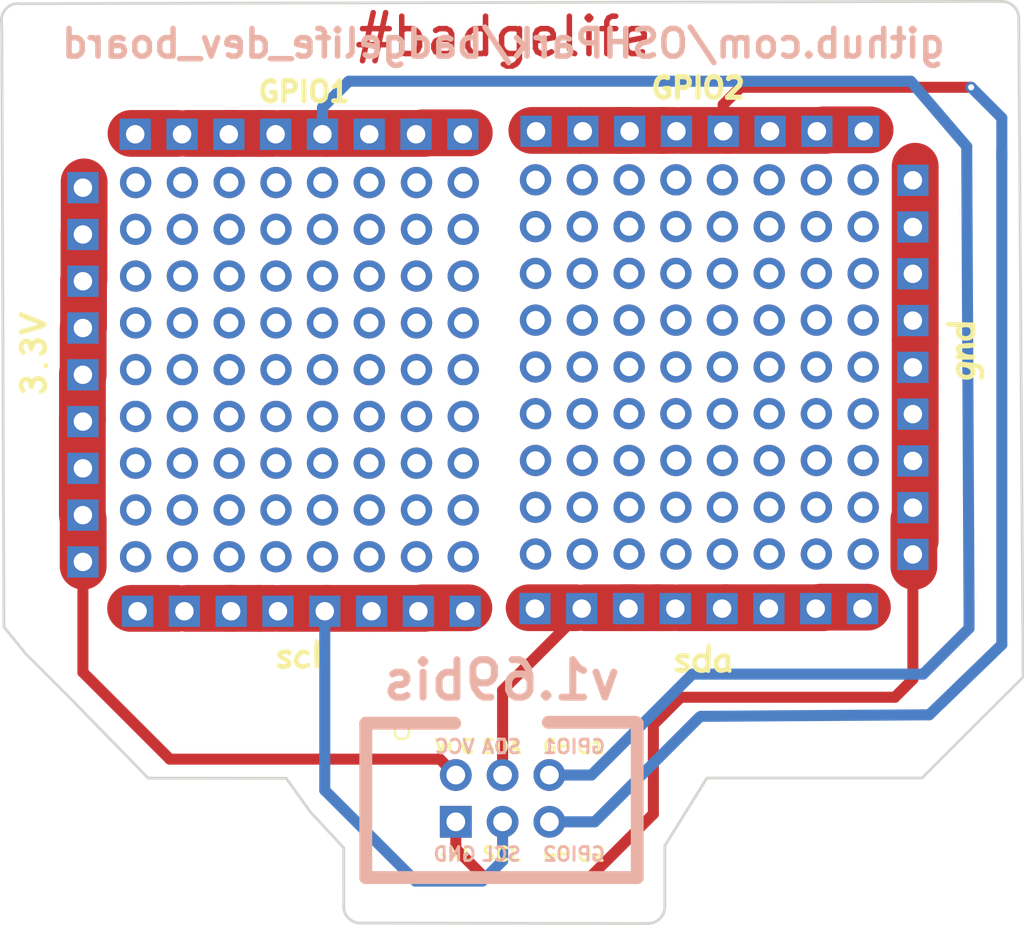
<source format=kicad_pcb>
(kicad_pcb (version 20190331) (host pcbnew "(5.1.0-373-ge808c7f95)")

  (general
    (thickness 1.6)
    (drawings 32)
    (tracks 87)
    (modules 19)
    (nets 1)
  )

  (page "A4")
  (layers
    (0 "F.Cu" signal)
    (31 "B.Cu" signal)
    (32 "B.Adhes" user)
    (33 "F.Adhes" user)
    (34 "B.Paste" user)
    (35 "F.Paste" user)
    (36 "B.SilkS" user)
    (37 "F.SilkS" user)
    (38 "B.Mask" user)
    (39 "F.Mask" user)
    (40 "Dwgs.User" user)
    (41 "Cmts.User" user)
    (42 "Eco1.User" user hide)
    (43 "Eco2.User" user hide)
    (44 "Edge.Cuts" user)
    (45 "Margin" user)
    (46 "B.CrtYd" user hide)
    (47 "F.CrtYd" user hide)
    (48 "B.Fab" user hide)
    (49 "F.Fab" user hide)
  )

  (setup
    (last_trace_width 0.15)
    (user_trace_width 0.6)
    (user_trace_width 2)
    (user_trace_width 2.54)
    (trace_clearance 0.2)
    (zone_clearance 0.508)
    (zone_45_only no)
    (trace_min 0.15)
    (via_size 0.6)
    (via_drill 0.33)
    (via_min_size 0.4)
    (via_min_drill 0.3)
    (uvia_size 0.3)
    (uvia_drill 0.1)
    (uvias_allowed no)
    (uvia_min_size 0.2)
    (uvia_min_drill 0.1)
    (edge_width 0.15)
    (segment_width 0.2)
    (pcb_text_width 0.3)
    (pcb_text_size 1.5 1.5)
    (mod_edge_width 0.15)
    (mod_text_size 1 1)
    (mod_text_width 0.15)
    (pad_size 1.7 1.7)
    (pad_drill 1)
    (pad_to_mask_clearance 0.2)
    (solder_mask_min_width 0.25)
    (aux_axis_origin 0 0)
    (visible_elements FFFFFF7F)
    (pcbplotparams
      (layerselection 0x010fc_80000001)
      (usegerberextensions true)
      (usegerberattributes false)
      (usegerberadvancedattributes false)
      (creategerberjobfile false)
      (excludeedgelayer true)
      (linewidth 0.100000)
      (plotframeref false)
      (viasonmask false)
      (mode 1)
      (useauxorigin false)
      (hpglpennumber 1)
      (hpglpenspeed 20)
      (hpglpendiameter 15.000000)
      (psnegative false)
      (psa4output false)
      (plotreference true)
      (plotvalue true)
      (plotinvisibletext false)
      (padsonsilk false)
      (subtractmaskfromsilk false)
      (outputformat 1)
      (mirror false)
      (drillshape 0)
      (scaleselection 1)
      (outputdirectory "output/"))
  )

  (net 0 "")

  (net_class "Default" "This is the default net class."
    (clearance 0.2)
    (trace_width 0.15)
    (via_dia 0.6)
    (via_drill 0.33)
    (uvia_dia 0.3)
    (uvia_drill 0.1)
  )

  (module "mrmeeseeks:badgelife-shitty-label-gnd" (layer "F.Cu") (tedit 0) (tstamp 5D3636E4)
    (at 78.74 38.8112 90)
    (fp_text reference "G***" (at 0 0 90) (layer "F.SilkS") hide
      (effects (font (size 1.524 1.524) (thickness 0.3)))
    )
    (fp_text value "LOGO" (at 0.75 0 90) (layer "F.SilkS") hide
      (effects (font (size 1.524 1.524) (thickness 0.3)))
    )
    (fp_poly (pts (xy 1.402584 -0.869381) (xy 1.424783 -0.847942) (xy 1.440557 -0.80468) (xy 1.450744 -0.733813)
      (xy 1.45618 -0.62956) (xy 1.457701 -0.48614) (xy 1.456145 -0.29777) (xy 1.452417 -0.062586)
      (xy 1.447451 0.180679) (xy 1.441779 0.37202) (xy 1.435119 0.515956) (xy 1.427188 0.617006)
      (xy 1.417704 0.679688) (xy 1.406383 0.708522) (xy 1.404071 0.710503) (xy 1.330673 0.732322)
      (xy 1.26312 0.71377) (xy 1.252018 0.704506) (xy 1.203341 0.689671) (xy 1.145758 0.704506)
      (xy 1.012308 0.730858) (xy 0.861593 0.722623) (xy 0.719752 0.681297) (xy 0.716875 0.680002)
      (xy 0.58937 0.596434) (xy 0.505103 0.479414) (xy 0.461663 0.325201) (xy 0.456573 0.276038)
      (xy 0.460578 0.189704) (xy 0.690278 0.189704) (xy 0.692861 0.26006) (xy 0.727258 0.342291)
      (xy 0.781533 0.412614) (xy 0.814382 0.436981) (xy 0.932535 0.475463) (xy 1.048196 0.458363)
      (xy 1.103368 0.431359) (xy 1.148424 0.400379) (xy 1.17301 0.363905) (xy 1.183266 0.30502)
      (xy 1.185333 0.206809) (xy 1.185333 0.205581) (xy 1.180933 0.095887) (xy 1.165 0.025173)
      (xy 1.133438 -0.023533) (xy 1.128889 -0.028223) (xy 1.049299 -0.073126) (xy 0.951319 -0.081634)
      (xy 0.852331 -0.058241) (xy 0.76972 -0.007443) (xy 0.720868 0.066263) (xy 0.717718 0.078124)
      (xy 0.701427 0.147836) (xy 0.690278 0.189704) (xy 0.460578 0.189704) (xy 0.465332 0.087259)
      (xy 0.519049 -0.07287) (xy 0.615129 -0.199979) (xy 0.750975 -0.289702) (xy 0.80544 -0.31081)
      (xy 0.926529 -0.331574) (xy 1.059365 -0.325776) (xy 1.164167 -0.297882) (xy 1.18889 -0.292186)
      (xy 1.203716 -0.308642) (xy 1.211161 -0.357355) (xy 1.213741 -0.448427) (xy 1.213972 -0.497925)
      (xy 1.223481 -0.668191) (xy 1.251551 -0.786301) (xy 1.298607 -0.853548) (xy 1.335565 -0.869914)
      (xy 1.373123 -0.874778) (xy 1.402584 -0.869381)) (layer "F.SilkS") (width 0.01))
    (fp_poly (pts (xy -0.381994 -0.347231) (xy -0.318779 -0.280138) (xy -0.292304 -0.231157) (xy -0.267678 -0.237773)
      (xy -0.210284 -0.26466) (xy -0.179833 -0.280546) (xy -0.046015 -0.329025) (xy 0.077077 -0.329507)
      (xy 0.180745 -0.283683) (xy 0.254853 -0.195963) (xy 0.271037 -0.141009) (xy 0.286277 -0.045804)
      (xy 0.299822 0.077138) (xy 0.310926 0.215306) (xy 0.318841 0.356188) (xy 0.322817 0.487273)
      (xy 0.322108 0.596049) (xy 0.315965 0.670003) (xy 0.308081 0.694292) (xy 0.249027 0.727987)
      (xy 0.175161 0.728618) (xy 0.116699 0.696035) (xy 0.093681 0.642482) (xy 0.072356 0.548422)
      (xy 0.054635 0.42979) (xy 0.042429 0.302524) (xy 0.03765 0.18256) (xy 0.04221 0.085833)
      (xy 0.042886 0.080646) (xy 0.045712 -0.020913) (xy 0.020299 -0.074254) (xy -0.032437 -0.078661)
      (xy -0.106916 -0.036935) (xy -0.207541 0.072389) (xy -0.275414 0.222093) (xy -0.307465 0.404548)
      (xy -0.309649 0.467077) (xy -0.314863 0.579054) (xy -0.328065 0.662332) (xy -0.344311 0.699911)
      (xy -0.407233 0.729948) (xy -0.481591 0.726472) (xy -0.53275 0.695628) (xy -0.551857 0.649087)
      (xy -0.565004 0.560462) (xy -0.572397 0.426163) (xy -0.574241 0.242601) (xy -0.571125 0.023182)
      (xy -0.565877 -0.12238) (xy -0.556741 -0.221664) (xy -0.542188 -0.284789) (xy -0.520685 -0.321872)
      (xy -0.518593 -0.324042) (xy -0.450403 -0.362606) (xy -0.381994 -0.347231)) (layer "F.SilkS") (width 0.01))
    (fp_poly (pts (xy -0.89265 -0.299228) (xy -0.777602 -0.245637) (xy -0.710811 -0.185587) (xy -0.684307 -0.10766)
      (xy -0.689052 -0.007572) (xy -0.699181 0.071533) (xy -0.712888 0.191439) (xy -0.728478 0.33675)
      (xy -0.74426 0.492067) (xy -0.74646 0.514463) (xy -0.768203 0.70662) (xy -0.792999 0.851576)
      (xy -0.824374 0.95857) (xy -0.865852 1.036843) (xy -0.92096 1.095636) (xy -0.984877 1.139386)
      (xy -1.085083 1.177321) (xy -1.217127 1.200389) (xy -1.359024 1.207325) (xy -1.488788 1.196867)
      (xy -1.573389 1.173235) (xy -1.641929 1.128284) (xy -1.664899 1.070905) (xy -1.665111 1.063151)
      (xy -1.65395 0.99809) (xy -1.614872 0.959014) (xy -1.539486 0.942313) (xy -1.419403 0.944382)
      (xy -1.393475 0.94638) (xy -1.24831 0.950255) (xy -1.146239 0.93062) (xy -1.07719 0.882909)
      (xy -1.031089 0.802561) (xy -1.022443 0.77829) (xy -1.002245 0.70781) (xy -0.995333 0.664153)
      (xy -0.996696 0.659008) (xy -1.025824 0.663599) (xy -1.084722 0.687894) (xy -1.09869 0.694688)
      (xy -1.217292 0.725894) (xy -1.349081 0.717517) (xy -1.469506 0.67195) (xy -1.493334 0.656227)
      (xy -1.585033 0.556156) (xy -1.64336 0.422817) (xy -1.666137 0.269983) (xy -1.660255 0.207583)
      (xy -1.408281 0.207583) (xy -1.406269 0.316759) (xy -1.369254 0.406472) (xy -1.354667 0.423333)
      (xy -1.276742 0.472946) (xy -1.193464 0.467593) (xy -1.135007 0.435731) (xy -1.049209 0.341665)
      (xy -0.996468 0.204724) (xy -0.979016 0.061602) (xy -0.973667 -0.098778) (xy -1.063592 -0.107488)
      (xy -1.153111 -0.100176) (xy -1.24214 -0.070369) (xy -1.242204 -0.070336) (xy -1.322458 -0.002604)
      (xy -1.37908 0.095582) (xy -1.408281 0.207583) (xy -1.660255 0.207583) (xy -1.651189 0.111426)
      (xy -1.601611 -0.028921) (xy -1.503232 -0.164648) (xy -1.370334 -0.26371) (xy -1.214802 -0.321576)
      (xy -1.048523 -0.333713) (xy -0.89265 -0.299228)) (layer "F.SilkS") (width 0.01))
  )

  (module "badgelife_sao_v169bis:Badgelife-SAOv169-SAO-2x3" (layer "F.Cu") (tedit 5D36323F) (tstamp 5D35EDC9)
    (at 53.7464 63.1952)
    (descr "Through hole straight IDC box header, 2x03, 2.54mm pitch, double rows")
    (tags "Through hole IDC box header THT 2x03 2.54mm double row")
    (fp_text reference "#SAO" (at 0 -5.842) (layer "B.SilkS") hide
      (effects (font (size 1 1) (thickness 0.15)) (justify mirror))
    )
    (fp_text value "Badgelife-SAOv169-SAO-2x3" (at 0 -7.7) (layer "F.Fab")
      (effects (font (size 1 1) (thickness 0.15)))
    )
    (fp_circle (center -5.4102 -3.5814) (end -5.021655 -3.5814) (layer "F.SilkS") (width 0.127))
    (fp_text user "GPIO2" (at 3.937 3.048) (layer "F.SilkS")
      (effects (font (size 0.75 0.75) (thickness 0.15)))
    )
    (fp_text user "SCL" (at 0 3.048) (layer "F.SilkS")
      (effects (font (size 0.75 0.75) (thickness 0.15)))
    )
    (fp_text user "GND" (at -2.54 3.048 unlocked) (layer "F.SilkS")
      (effects (font (size 0.75 0.75) (thickness 0.15)))
    )
    (fp_text user "GPIO1" (at 3.937 -2.794 unlocked) (layer "B.SilkS")
      (effects (font (size 0.75 0.75) (thickness 0.15)) (justify mirror))
    )
    (fp_text user "SDA" (at 0 -2.794 unlocked) (layer "F.SilkS")
      (effects (font (size 0.75 0.75) (thickness 0.15)))
    )
    (fp_text user "VCC" (at -2.54 -2.794 unlocked) (layer "F.SilkS")
      (effects (font (size 0.75 0.75) (thickness 0.15)))
    )
    (fp_text user "%R" (at 0.06 0.02 270) (layer "F.Fab")
      (effects (font (size 1 1) (thickness 0.15)))
    )
    (fp_line (start -2.54 -4.064) (end -7.366 -4.064) (layer "B.SilkS") (width 0.7))
    (fp_line (start 7.27964 -4.1148) (end 2.54 -4.1148) (layer "B.SilkS") (width 0.7))
    (fp_line (start -7.366 -4.064) (end -7.366 4.318) (layer "B.SilkS") (width 0.7))
    (fp_line (start -7.366 4.318) (end 7.366 4.318) (layer "B.SilkS") (width 0.7))
    (fp_line (start 7.366 4.318) (end 7.366 -4.064) (layer "B.SilkS") (width 0.7))
    (fp_text user "VCC" (at -2.54 -2.794 unlocked) (layer "B.SilkS")
      (effects (font (size 0.75 0.75) (thickness 0.15)) (justify mirror))
    )
    (fp_text user "SDA" (at 0 -2.794 unlocked) (layer "B.SilkS")
      (effects (font (size 0.75 0.75) (thickness 0.15)) (justify mirror))
    )
    (fp_text user "GPIO1" (at 3.937 -2.794 unlocked) (layer "F.SilkS")
      (effects (font (size 0.75 0.75) (thickness 0.15)))
    )
    (fp_text user "GND" (at -2.54 3.048 unlocked) (layer "B.SilkS")
      (effects (font (size 0.75 0.75) (thickness 0.15)) (justify mirror))
    )
    (fp_text user "SCL" (at 0 3.048) (layer "B.SilkS")
      (effects (font (size 0.75 0.75) (thickness 0.15)) (justify mirror))
    )
    (fp_text user "GPIO2" (at 3.937 3.048) (layer "B.SilkS")
      (effects (font (size 0.75 0.75) (thickness 0.15)) (justify mirror))
    )
    (pad "5" thru_hole circle (at 2.6 -1.25 270) (size 1.7272 1.7272) (drill 1.016) (layers *.Cu *.Mask))
    (pad "6" thru_hole circle (at 2.6 1.29 270) (size 1.7272 1.7272) (drill 1.016) (layers *.Cu *.Mask))
    (pad "3" thru_hole oval (at 0.06 -1.25 270) (size 1.7272 1.7272) (drill 1.016) (layers *.Cu *.Mask))
    (pad "4" thru_hole oval (at 0.06 1.29 270) (size 1.7272 1.7272) (drill 1.016) (layers *.Cu *.Mask))
    (pad "1" thru_hole oval (at -2.48 -1.25 270) (size 1.7272 1.7272) (drill 1.016) (layers *.Cu *.Mask))
    (pad "2" thru_hole rect (at -2.48 1.29 270) (size 1.7272 1.7272) (drill 1.016) (layers *.Cu *.Mask))
    (model "${KISYS3DMOD}/Connector_IDC.3dshapes/IDC-Header_2x03_P2.54mm_Vertical.wrl"
      (offset (xyz -2.5 1.2 -1.6))
      (scale (xyz 1 1 1))
      (rotate (xyz 180 0 90))
    )
  )

  (module "mrmeeseeks:Power_Rail-01x09" (layer "F.Cu") (tedit 5AC7D21B) (tstamp 5D363EE2)
    (at 31.02864 50.37074 180)
    (descr "Through hole straight pin header, 1x07, 2.54mm pitch, single row")
    (tags "Through hole pin header THT 1x07 2.54mm single row")
    (path "/5AC7B62F")
    (fp_text reference "J3" (at 0 -2.33 180) (layer "F.Fab") hide
      (effects (font (size 1 1) (thickness 0.15)))
    )
    (fp_text value "Conn_01x09" (at 0 17.57 180) (layer "F.Fab")
      (effects (font (size 1 1) (thickness 0.15)))
    )
    (fp_text user "%R" (at 0 7.62 270) (layer "F.Fab")
      (effects (font (size 1 1) (thickness 0.15)))
    )
    (fp_line (start 1.8 -1.8) (end -1.8 -1.8) (layer "F.CrtYd") (width 0.05))
    (fp_line (start 1.8 22.13) (end 1.8 -1.8) (layer "F.CrtYd") (width 0.05))
    (fp_line (start -1.8 22.13) (end 1.8 22.13) (layer "F.CrtYd") (width 0.05))
    (fp_line (start -1.8 -1.8) (end -1.8 22.13) (layer "F.CrtYd") (width 0.05))
    (pad "9" thru_hole rect (at 0 20.32 180) (size 1.7 1.7) (drill 1) (layers *.Cu *.Mask)
      (solder_mask_margin 0.1))
    (pad "8" thru_hole rect (at 0 17.78 180) (size 1.7 1.7) (drill 1) (layers *.Cu *.Mask)
      (solder_mask_margin 0.1))
    (pad "7" thru_hole rect (at 0 15.24 180) (size 1.7 1.7) (drill 1) (layers *.Cu *.Mask)
      (solder_mask_margin 0.1))
    (pad "6" thru_hole rect (at 0 12.7 180) (size 1.7 1.7) (drill 1) (layers *.Cu *.Mask)
      (solder_mask_margin 0.1))
    (pad "5" thru_hole rect (at 0 10.16 180) (size 1.7 1.7) (drill 1) (layers *.Cu *.Mask)
      (solder_mask_margin 0.1))
    (pad "4" thru_hole rect (at 0 7.62 180) (size 1.7 1.7) (drill 1) (layers *.Cu *.Mask)
      (solder_mask_margin 0.1))
    (pad "3" thru_hole rect (at 0 5.08 180) (size 1.7 1.7) (drill 1) (layers *.Cu *.Mask)
      (solder_mask_margin 0.1))
    (pad "2" thru_hole rect (at 0 2.54 180) (size 1.7 1.7) (drill 1) (layers *.Cu *.Mask)
      (solder_mask_margin 0.1))
    (pad "1" thru_hole rect (at 0 0 180) (size 1.7 1.7) (drill 1) (layers *.Cu *.Mask)
      (solder_mask_margin 0.1))
  )

  (module "mrmeeseeks:Power_Rail-01x08" (layer "F.Cu") (tedit 5AC7D1EA) (tstamp 5D363CF0)
    (at 33.99536 53.05044 90)
    (descr "Through hole straight pin header, 1x07, 2.54mm pitch, single row")
    (tags "Through hole pin header THT 1x07 2.54mm single row")
    (path "/5AC7BC88")
    (fp_text reference "J2" (at 0 -2.33 90) (layer "F.Fab") hide
      (effects (font (size 1 1) (thickness 0.15)))
    )
    (fp_text value "Conn_01x08" (at 0 17.57 90) (layer "F.Fab")
      (effects (font (size 1 1) (thickness 0.15)))
    )
    (fp_line (start -1.8 -1.8) (end -1.8 19.59) (layer "F.CrtYd") (width 0.05))
    (fp_line (start -1.8 19.59) (end 1.8 19.59) (layer "F.CrtYd") (width 0.05))
    (fp_line (start 1.8 19.59) (end 1.8 -1.8) (layer "F.CrtYd") (width 0.05))
    (fp_line (start 1.8 -1.8) (end -1.8 -1.8) (layer "F.CrtYd") (width 0.05))
    (fp_text user "%R" (at 0 7.62 180) (layer "F.Fab")
      (effects (font (size 1 1) (thickness 0.15)))
    )
    (pad "1" thru_hole rect (at 0 0 90) (size 1.7 1.7) (drill 1) (layers *.Cu *.Mask)
      (solder_mask_margin 0.1))
    (pad "2" thru_hole rect (at 0 2.54 90) (size 1.7 1.7) (drill 1) (layers *.Cu *.Mask)
      (solder_mask_margin 0.1))
    (pad "3" thru_hole rect (at 0 5.08 90) (size 1.7 1.7) (drill 1) (layers *.Cu *.Mask)
      (solder_mask_margin 0.1))
    (pad "4" thru_hole rect (at 0 7.62 90) (size 1.7 1.7) (drill 1) (layers *.Cu *.Mask)
      (solder_mask_margin 0.1))
    (pad "5" thru_hole rect (at 0 10.16 90) (size 1.7 1.7) (drill 1) (layers *.Cu *.Mask)
      (solder_mask_margin 0.1))
    (pad "6" thru_hole rect (at 0 12.7 90) (size 1.7 1.7) (drill 1) (layers *.Cu *.Mask)
      (solder_mask_margin 0.1))
    (pad "7" thru_hole rect (at 0 15.24 90) (size 1.7 1.7) (drill 1) (layers *.Cu *.Mask)
      (solder_mask_margin 0.1))
    (pad "8" thru_hole rect (at 0 17.78 90) (size 1.7 1.7) (drill 1) (layers *.Cu *.Mask)
      (solder_mask_margin 0.1))
  )

  (module "mrmeeseeks:Power_Rail-01x08" (layer "F.Cu") (tedit 5AC7D1EA) (tstamp 5D363B65)
    (at 55.62092 26.9875 90)
    (descr "Through hole straight pin header, 1x07, 2.54mm pitch, single row")
    (tags "Through hole pin header THT 1x07 2.54mm single row")
    (path "/5AC7BC88")
    (fp_text reference "J2" (at 0 -2.33 90) (layer "F.Fab") hide
      (effects (font (size 1 1) (thickness 0.15)))
    )
    (fp_text value "Conn_01x08" (at 0 17.57 90) (layer "F.Fab")
      (effects (font (size 1 1) (thickness 0.15)))
    )
    (fp_line (start -1.8 -1.8) (end -1.8 19.59) (layer "F.CrtYd") (width 0.05))
    (fp_line (start -1.8 19.59) (end 1.8 19.59) (layer "F.CrtYd") (width 0.05))
    (fp_line (start 1.8 19.59) (end 1.8 -1.8) (layer "F.CrtYd") (width 0.05))
    (fp_line (start 1.8 -1.8) (end -1.8 -1.8) (layer "F.CrtYd") (width 0.05))
    (fp_text user "%R" (at 0 7.62 180) (layer "F.Fab")
      (effects (font (size 1 1) (thickness 0.15)))
    )
    (pad "1" thru_hole rect (at 0 0 90) (size 1.7 1.7) (drill 1) (layers *.Cu *.Mask)
      (solder_mask_margin 0.1))
    (pad "2" thru_hole rect (at 0 2.54 90) (size 1.7 1.7) (drill 1) (layers *.Cu *.Mask)
      (solder_mask_margin 0.1))
    (pad "3" thru_hole rect (at 0 5.08 90) (size 1.7 1.7) (drill 1) (layers *.Cu *.Mask)
      (solder_mask_margin 0.1))
    (pad "4" thru_hole rect (at 0 7.62 90) (size 1.7 1.7) (drill 1) (layers *.Cu *.Mask)
      (solder_mask_margin 0.1))
    (pad "5" thru_hole rect (at 0 10.16 90) (size 1.7 1.7) (drill 1) (layers *.Cu *.Mask)
      (solder_mask_margin 0.1))
    (pad "6" thru_hole rect (at 0 12.7 90) (size 1.7 1.7) (drill 1) (layers *.Cu *.Mask)
      (solder_mask_margin 0.1))
    (pad "7" thru_hole rect (at 0 15.24 90) (size 1.7 1.7) (drill 1) (layers *.Cu *.Mask)
      (solder_mask_margin 0.1))
    (pad "8" thru_hole rect (at 0 17.78 90) (size 1.7 1.7) (drill 1) (layers *.Cu *.Mask)
      (solder_mask_margin 0.1))
  )

  (module "mrmeeseeks:Pin_Header_Straight_2x09_Pitch2.54mm-NoSilk" (layer "F.Cu") (tedit 5AA33E7A) (tstamp 5D35DDFA)
    (at 58.13298 49.94402 180)
    (descr "Through hole straight pin header, 2x09, 2.54mm pitch, double rows")
    (tags "Through hole pin header THT 2x09 2.54mm double row")
    (fp_text reference "REF**" (at 1.27 -2.33 180) (layer "F.Fab") hide
      (effects (font (size 1 1) (thickness 0.15)))
    )
    (fp_text value "Pin_Header_Straight_2x09_Pitch2.54mm" (at 1.27 22.65 180) (layer "F.Fab")
      (effects (font (size 1 1) (thickness 0.15)))
    )
    (fp_text user "%R" (at 1.27 10.16 270) (layer "F.Fab")
      (effects (font (size 1 1) (thickness 0.15)))
    )
    (fp_line (start 4.35 -1.8) (end -1.8 -1.8) (layer "F.CrtYd") (width 0.05))
    (fp_line (start 4.35 22.1) (end 4.35 -1.8) (layer "F.CrtYd") (width 0.05))
    (fp_line (start -1.8 22.1) (end 4.35 22.1) (layer "F.CrtYd") (width 0.05))
    (fp_line (start -1.8 -1.8) (end -1.8 22.1) (layer "F.CrtYd") (width 0.05))
    (pad "18" thru_hole oval (at 2.54 20.32 180) (size 1.7 1.7) (drill 1) (layers *.Cu *.Mask))
    (pad "17" thru_hole oval (at 0 20.32 180) (size 1.7 1.7) (drill 1) (layers *.Cu *.Mask))
    (pad "16" thru_hole oval (at 2.54 17.78 180) (size 1.7 1.7) (drill 1) (layers *.Cu *.Mask))
    (pad "15" thru_hole oval (at 0 17.78 180) (size 1.7 1.7) (drill 1) (layers *.Cu *.Mask))
    (pad "14" thru_hole oval (at 2.54 15.24 180) (size 1.7 1.7) (drill 1) (layers *.Cu *.Mask))
    (pad "13" thru_hole oval (at 0 15.24 180) (size 1.7 1.7) (drill 1) (layers *.Cu *.Mask))
    (pad "12" thru_hole oval (at 2.54 12.7 180) (size 1.7 1.7) (drill 1) (layers *.Cu *.Mask))
    (pad "11" thru_hole oval (at 0 12.7 180) (size 1.7 1.7) (drill 1) (layers *.Cu *.Mask))
    (pad "10" thru_hole oval (at 2.54 10.16 180) (size 1.7 1.7) (drill 1) (layers *.Cu *.Mask))
    (pad "9" thru_hole oval (at 0 10.16 180) (size 1.7 1.7) (drill 1) (layers *.Cu *.Mask))
    (pad "8" thru_hole oval (at 2.54 7.62 180) (size 1.7 1.7) (drill 1) (layers *.Cu *.Mask))
    (pad "7" thru_hole oval (at 0 7.62 180) (size 1.7 1.7) (drill 1) (layers *.Cu *.Mask))
    (pad "6" thru_hole oval (at 2.54 5.08 180) (size 1.7 1.7) (drill 1) (layers *.Cu *.Mask))
    (pad "5" thru_hole oval (at 0 5.08 180) (size 1.7 1.7) (drill 1) (layers *.Cu *.Mask))
    (pad "4" thru_hole oval (at 2.54 2.54 180) (size 1.7 1.7) (drill 1) (layers *.Cu *.Mask))
    (pad "3" thru_hole oval (at 0 2.54 180) (size 1.7 1.7) (drill 1) (layers *.Cu *.Mask))
    (pad "2" thru_hole oval (at 2.54 0 180) (size 1.7 1.7) (drill 1) (layers *.Cu *.Mask))
    (pad "1" thru_hole circle (at 0 0 180) (size 1.7 1.7) (drill 1) (layers *.Cu *.Mask))
  )

  (module "mrmeeseeks:Pin_Header_Straight_2x09_Pitch2.54mm-NoSilk" (layer "F.Cu") (tedit 5D36193E) (tstamp 5AA43AA4)
    (at 36.42868 50.09134 180)
    (descr "Through hole straight pin header, 2x09, 2.54mm pitch, double rows")
    (tags "Through hole pin header THT 2x09 2.54mm double row")
    (fp_text reference "REF**" (at 1.27 -2.33 180) (layer "F.Fab") hide
      (effects (font (size 1 1) (thickness 0.15)))
    )
    (fp_text value "Pin_Header_Straight_2x09_Pitch2.54mm" (at 1.27 22.65 180) (layer "F.Fab")
      (effects (font (size 1 1) (thickness 0.15)))
    )
    (fp_line (start -1.8 -1.8) (end -1.8 22.1) (layer "F.CrtYd") (width 0.05))
    (fp_line (start -1.8 22.1) (end 4.35 22.1) (layer "F.CrtYd") (width 0.05))
    (fp_line (start 4.35 22.1) (end 4.35 -1.8) (layer "F.CrtYd") (width 0.05))
    (fp_line (start 4.35 -1.8) (end -1.8 -1.8) (layer "F.CrtYd") (width 0.05))
    (fp_text user "%R" (at 1.27 10.16 270) (layer "F.Fab")
      (effects (font (size 1 1) (thickness 0.15)))
    )
    (pad "1" thru_hole circle (at 0 0 180) (size 1.7 1.7) (drill 1) (layers *.Cu *.Mask))
    (pad "2" thru_hole oval (at 2.54 0 180) (size 1.7 1.7) (drill 1) (layers *.Cu *.Mask))
    (pad "3" thru_hole oval (at 0 2.54 180) (size 1.7 1.7) (drill 1) (layers *.Cu *.Mask))
    (pad "4" thru_hole oval (at 2.54 2.54 180) (size 1.7 1.7) (drill 1) (layers *.Cu *.Mask))
    (pad "5" thru_hole oval (at 0 5.08 180) (size 1.7 1.7) (drill 1) (layers *.Cu *.Mask))
    (pad "6" thru_hole oval (at 2.54 5.08 180) (size 1.7 1.7) (drill 1) (layers *.Cu *.Mask))
    (pad "7" thru_hole oval (at 0 7.62 180) (size 1.7 1.7) (drill 1) (layers *.Cu *.Mask))
    (pad "8" thru_hole oval (at 2.54 7.62 180) (size 1.7 1.7) (drill 1) (layers *.Cu *.Mask))
    (pad "9" thru_hole oval (at 0 10.16 180) (size 1.7 1.7) (drill 1) (layers *.Cu *.Mask))
    (pad "10" thru_hole oval (at 2.54 10.16 180) (size 1.7 1.7) (drill 1) (layers *.Cu *.Mask))
    (pad "11" thru_hole oval (at 0 12.7 180) (size 1.7 1.7) (drill 1) (layers *.Cu *.Mask))
    (pad "12" thru_hole oval (at 2.54 12.7 180) (size 1.7 1.7) (drill 1) (layers *.Cu *.Mask))
    (pad "13" thru_hole oval (at 0 15.24 180) (size 1.7 1.7) (drill 1) (layers *.Cu *.Mask))
    (pad "14" thru_hole oval (at 2.54 15.24 180) (size 1.7 1.7) (drill 1) (layers *.Cu *.Mask))
    (pad "15" thru_hole oval (at 0 17.78 180) (size 1.7 1.7) (drill 1) (layers *.Cu *.Mask))
    (pad "16" thru_hole oval (at 2.54 17.78 180) (size 1.7 1.7) (drill 1) (layers *.Cu *.Mask))
    (pad "17" thru_hole oval (at 0 20.32 180) (size 1.7 1.7) (drill 1) (layers *.Cu *.Mask))
    (pad "18" thru_hole oval (at 2.54 20.32 180) (size 1.7 1.7) (drill 1) (layers *.Cu *.Mask))
  )

  (module "mrmeeseeks:Pin_Header_Straight_2x09_Pitch2.54mm-NoSilk" (layer "F.Cu") (tedit 5AA33E7A) (tstamp 5AC7B4FD)
    (at 51.67268 50.09134 180)
    (descr "Through hole straight pin header, 2x09, 2.54mm pitch, double rows")
    (tags "Through hole pin header THT 2x09 2.54mm double row")
    (fp_text reference "REF**" (at 1.27 -2.33 180) (layer "F.Fab") hide
      (effects (font (size 1 1) (thickness 0.15)))
    )
    (fp_text value "Pin_Header_Straight_2x09_Pitch2.54mm" (at 1.27 22.65 180) (layer "F.Fab")
      (effects (font (size 1 1) (thickness 0.15)))
    )
    (fp_line (start -1.8 -1.8) (end -1.8 22.1) (layer "F.CrtYd") (width 0.05))
    (fp_line (start -1.8 22.1) (end 4.35 22.1) (layer "F.CrtYd") (width 0.05))
    (fp_line (start 4.35 22.1) (end 4.35 -1.8) (layer "F.CrtYd") (width 0.05))
    (fp_line (start 4.35 -1.8) (end -1.8 -1.8) (layer "F.CrtYd") (width 0.05))
    (fp_text user "%R" (at 1.27 10.16 270) (layer "F.Fab")
      (effects (font (size 1 1) (thickness 0.15)))
    )
    (pad "1" thru_hole circle (at 0 0 180) (size 1.7 1.7) (drill 1) (layers *.Cu *.Mask))
    (pad "2" thru_hole oval (at 2.54 0 180) (size 1.7 1.7) (drill 1) (layers *.Cu *.Mask))
    (pad "3" thru_hole oval (at 0 2.54 180) (size 1.7 1.7) (drill 1) (layers *.Cu *.Mask))
    (pad "4" thru_hole oval (at 2.54 2.54 180) (size 1.7 1.7) (drill 1) (layers *.Cu *.Mask))
    (pad "5" thru_hole oval (at 0 5.08 180) (size 1.7 1.7) (drill 1) (layers *.Cu *.Mask))
    (pad "6" thru_hole oval (at 2.54 5.08 180) (size 1.7 1.7) (drill 1) (layers *.Cu *.Mask))
    (pad "7" thru_hole oval (at 0 7.62 180) (size 1.7 1.7) (drill 1) (layers *.Cu *.Mask))
    (pad "8" thru_hole oval (at 2.54 7.62 180) (size 1.7 1.7) (drill 1) (layers *.Cu *.Mask))
    (pad "9" thru_hole oval (at 0 10.16 180) (size 1.7 1.7) (drill 1) (layers *.Cu *.Mask))
    (pad "10" thru_hole oval (at 2.54 10.16 180) (size 1.7 1.7) (drill 1) (layers *.Cu *.Mask))
    (pad "11" thru_hole oval (at 0 12.7 180) (size 1.7 1.7) (drill 1) (layers *.Cu *.Mask))
    (pad "12" thru_hole oval (at 2.54 12.7 180) (size 1.7 1.7) (drill 1) (layers *.Cu *.Mask))
    (pad "13" thru_hole oval (at 0 15.24 180) (size 1.7 1.7) (drill 1) (layers *.Cu *.Mask))
    (pad "14" thru_hole oval (at 2.54 15.24 180) (size 1.7 1.7) (drill 1) (layers *.Cu *.Mask))
    (pad "15" thru_hole oval (at 0 17.78 180) (size 1.7 1.7) (drill 1) (layers *.Cu *.Mask))
    (pad "16" thru_hole oval (at 2.54 17.78 180) (size 1.7 1.7) (drill 1) (layers *.Cu *.Mask))
    (pad "17" thru_hole oval (at 0 20.32 180) (size 1.7 1.7) (drill 1) (layers *.Cu *.Mask))
    (pad "18" thru_hole oval (at 2.54 20.32 180) (size 1.7 1.7) (drill 1) (layers *.Cu *.Mask))
  )

  (module "mrmeeseeks:Pin_Header_Straight_2x09_Pitch2.54mm-NoSilk" (layer "F.Cu") (tedit 5AA33E7A) (tstamp 5AC7B4E3)
    (at 46.57268 50.09134 180)
    (descr "Through hole straight pin header, 2x09, 2.54mm pitch, double rows")
    (tags "Through hole pin header THT 2x09 2.54mm double row")
    (fp_text reference "REF**" (at 1.27 -2.33 180) (layer "F.Fab") hide
      (effects (font (size 1 1) (thickness 0.15)))
    )
    (fp_text value "Pin_Header_Straight_2x09_Pitch2.54mm" (at 1.27 22.65 180) (layer "F.Fab")
      (effects (font (size 1 1) (thickness 0.15)))
    )
    (fp_line (start -1.8 -1.8) (end -1.8 22.1) (layer "F.CrtYd") (width 0.05))
    (fp_line (start -1.8 22.1) (end 4.35 22.1) (layer "F.CrtYd") (width 0.05))
    (fp_line (start 4.35 22.1) (end 4.35 -1.8) (layer "F.CrtYd") (width 0.05))
    (fp_line (start 4.35 -1.8) (end -1.8 -1.8) (layer "F.CrtYd") (width 0.05))
    (fp_text user "%R" (at 1.27 10.16 270) (layer "F.Fab")
      (effects (font (size 1 1) (thickness 0.15)))
    )
    (pad "1" thru_hole circle (at 0 0 180) (size 1.7 1.7) (drill 1) (layers *.Cu *.Mask))
    (pad "2" thru_hole oval (at 2.54 0 180) (size 1.7 1.7) (drill 1) (layers *.Cu *.Mask))
    (pad "3" thru_hole oval (at 0 2.54 180) (size 1.7 1.7) (drill 1) (layers *.Cu *.Mask))
    (pad "4" thru_hole oval (at 2.54 2.54 180) (size 1.7 1.7) (drill 1) (layers *.Cu *.Mask))
    (pad "5" thru_hole oval (at 0 5.08 180) (size 1.7 1.7) (drill 1) (layers *.Cu *.Mask))
    (pad "6" thru_hole oval (at 2.54 5.08 180) (size 1.7 1.7) (drill 1) (layers *.Cu *.Mask))
    (pad "7" thru_hole oval (at 0 7.62 180) (size 1.7 1.7) (drill 1) (layers *.Cu *.Mask))
    (pad "8" thru_hole oval (at 2.54 7.62 180) (size 1.7 1.7) (drill 1) (layers *.Cu *.Mask))
    (pad "9" thru_hole oval (at 0 10.16 180) (size 1.7 1.7) (drill 1) (layers *.Cu *.Mask))
    (pad "10" thru_hole oval (at 2.54 10.16 180) (size 1.7 1.7) (drill 1) (layers *.Cu *.Mask))
    (pad "11" thru_hole oval (at 0 12.7 180) (size 1.7 1.7) (drill 1) (layers *.Cu *.Mask))
    (pad "12" thru_hole oval (at 2.54 12.7 180) (size 1.7 1.7) (drill 1) (layers *.Cu *.Mask))
    (pad "13" thru_hole oval (at 0 15.24 180) (size 1.7 1.7) (drill 1) (layers *.Cu *.Mask))
    (pad "14" thru_hole oval (at 2.54 15.24 180) (size 1.7 1.7) (drill 1) (layers *.Cu *.Mask))
    (pad "15" thru_hole oval (at 0 17.78 180) (size 1.7 1.7) (drill 1) (layers *.Cu *.Mask))
    (pad "16" thru_hole oval (at 2.54 17.78 180) (size 1.7 1.7) (drill 1) (layers *.Cu *.Mask))
    (pad "17" thru_hole oval (at 0 20.32 180) (size 1.7 1.7) (drill 1) (layers *.Cu *.Mask))
    (pad "18" thru_hole oval (at 2.54 20.32 180) (size 1.7 1.7) (drill 1) (layers *.Cu *.Mask))
  )

  (module "mrmeeseeks:Pin_Header_Straight_2x09_Pitch2.54mm-NoSilk" (layer "F.Cu") (tedit 5AA33E7A) (tstamp 5AA4619B)
    (at 41.50868 50.09134 180)
    (descr "Through hole straight pin header, 2x09, 2.54mm pitch, double rows")
    (tags "Through hole pin header THT 2x09 2.54mm double row")
    (fp_text reference "REF**" (at 1.27 -2.33 180) (layer "F.Fab") hide
      (effects (font (size 1 1) (thickness 0.15)))
    )
    (fp_text value "Pin_Header_Straight_2x09_Pitch2.54mm" (at 1.27 22.65 180) (layer "F.Fab")
      (effects (font (size 1 1) (thickness 0.15)))
    )
    (fp_line (start -1.8 -1.8) (end -1.8 22.1) (layer "F.CrtYd") (width 0.05))
    (fp_line (start -1.8 22.1) (end 4.35 22.1) (layer "F.CrtYd") (width 0.05))
    (fp_line (start 4.35 22.1) (end 4.35 -1.8) (layer "F.CrtYd") (width 0.05))
    (fp_line (start 4.35 -1.8) (end -1.8 -1.8) (layer "F.CrtYd") (width 0.05))
    (fp_text user "%R" (at 1.27 10.16 270) (layer "F.Fab")
      (effects (font (size 1 1) (thickness 0.15)))
    )
    (pad "1" thru_hole circle (at 0 0 180) (size 1.7 1.7) (drill 1) (layers *.Cu *.Mask))
    (pad "2" thru_hole oval (at 2.54 0 180) (size 1.7 1.7) (drill 1) (layers *.Cu *.Mask))
    (pad "3" thru_hole oval (at 0 2.54 180) (size 1.7 1.7) (drill 1) (layers *.Cu *.Mask))
    (pad "4" thru_hole oval (at 2.54 2.54 180) (size 1.7 1.7) (drill 1) (layers *.Cu *.Mask))
    (pad "5" thru_hole oval (at 0 5.08 180) (size 1.7 1.7) (drill 1) (layers *.Cu *.Mask))
    (pad "6" thru_hole oval (at 2.54 5.08 180) (size 1.7 1.7) (drill 1) (layers *.Cu *.Mask))
    (pad "7" thru_hole oval (at 0 7.62 180) (size 1.7 1.7) (drill 1) (layers *.Cu *.Mask))
    (pad "8" thru_hole oval (at 2.54 7.62 180) (size 1.7 1.7) (drill 1) (layers *.Cu *.Mask))
    (pad "9" thru_hole oval (at 0 10.16 180) (size 1.7 1.7) (drill 1) (layers *.Cu *.Mask))
    (pad "10" thru_hole oval (at 2.54 10.16 180) (size 1.7 1.7) (drill 1) (layers *.Cu *.Mask))
    (pad "11" thru_hole oval (at 0 12.7 180) (size 1.7 1.7) (drill 1) (layers *.Cu *.Mask))
    (pad "12" thru_hole oval (at 2.54 12.7 180) (size 1.7 1.7) (drill 1) (layers *.Cu *.Mask))
    (pad "13" thru_hole oval (at 0 15.24 180) (size 1.7 1.7) (drill 1) (layers *.Cu *.Mask))
    (pad "14" thru_hole oval (at 2.54 15.24 180) (size 1.7 1.7) (drill 1) (layers *.Cu *.Mask))
    (pad "15" thru_hole oval (at 0 17.78 180) (size 1.7 1.7) (drill 1) (layers *.Cu *.Mask))
    (pad "16" thru_hole oval (at 2.54 17.78 180) (size 1.7 1.7) (drill 1) (layers *.Cu *.Mask))
    (pad "17" thru_hole oval (at 0 20.32 180) (size 1.7 1.7) (drill 1) (layers *.Cu *.Mask))
    (pad "18" thru_hole oval (at 2.54 20.32 180) (size 1.7 1.7) (drill 1) (layers *.Cu *.Mask))
  )

  (module "mrmeeseeks:Power_Rail-01x08" (layer "F.Cu") (tedit 5AC7D1EA) (tstamp 5D361D73)
    (at 55.55996 52.9082 90)
    (descr "Through hole straight pin header, 1x07, 2.54mm pitch, single row")
    (tags "Through hole pin header THT 1x07 2.54mm single row")
    (path "/5AC7BC88")
    (fp_text reference "J2" (at 0 -2.33 90) (layer "F.Fab") hide
      (effects (font (size 1 1) (thickness 0.15)))
    )
    (fp_text value "Conn_01x08" (at 0 17.57 90) (layer "F.Fab")
      (effects (font (size 1 1) (thickness 0.15)))
    )
    (fp_text user "%R" (at 0 7.62 180) (layer "F.Fab")
      (effects (font (size 1 1) (thickness 0.15)))
    )
    (fp_line (start 1.8 -1.8) (end -1.8 -1.8) (layer "F.CrtYd") (width 0.05))
    (fp_line (start 1.8 19.59) (end 1.8 -1.8) (layer "F.CrtYd") (width 0.05))
    (fp_line (start -1.8 19.59) (end 1.8 19.59) (layer "F.CrtYd") (width 0.05))
    (fp_line (start -1.8 -1.8) (end -1.8 19.59) (layer "F.CrtYd") (width 0.05))
    (pad "8" thru_hole rect (at 0 17.78 90) (size 1.7 1.7) (drill 1) (layers *.Cu *.Mask)
      (solder_mask_margin 0.1))
    (pad "7" thru_hole rect (at 0 15.24 90) (size 1.7 1.7) (drill 1) (layers *.Cu *.Mask)
      (solder_mask_margin 0.1))
    (pad "6" thru_hole rect (at 0 12.7 90) (size 1.7 1.7) (drill 1) (layers *.Cu *.Mask)
      (solder_mask_margin 0.1))
    (pad "5" thru_hole rect (at 0 10.16 90) (size 1.7 1.7) (drill 1) (layers *.Cu *.Mask)
      (solder_mask_margin 0.1))
    (pad "4" thru_hole rect (at 0 7.62 90) (size 1.7 1.7) (drill 1) (layers *.Cu *.Mask)
      (solder_mask_margin 0.1))
    (pad "3" thru_hole rect (at 0 5.08 90) (size 1.7 1.7) (drill 1) (layers *.Cu *.Mask)
      (solder_mask_margin 0.1))
    (pad "2" thru_hole rect (at 0 2.54 90) (size 1.7 1.7) (drill 1) (layers *.Cu *.Mask)
      (solder_mask_margin 0.1))
    (pad "1" thru_hole rect (at 0 0 90) (size 1.7 1.7) (drill 1) (layers *.Cu *.Mask)
      (solder_mask_margin 0.1))
  )

  (module "mrmeeseeks:Power_Rail-01x08" (layer "F.Cu") (tedit 5AC7D1EA) (tstamp 5D361D73)
    (at 33.86836 27.15006 90)
    (descr "Through hole straight pin header, 1x07, 2.54mm pitch, single row")
    (tags "Through hole pin header THT 1x07 2.54mm single row")
    (path "/5AC7BC88")
    (fp_text reference "J2" (at 0 -2.33 90) (layer "F.Fab") hide
      (effects (font (size 1 1) (thickness 0.15)))
    )
    (fp_text value "Conn_01x08" (at 0 17.57 90) (layer "F.Fab")
      (effects (font (size 1 1) (thickness 0.15)))
    )
    (fp_text user "%R" (at 0 7.62 180) (layer "F.Fab")
      (effects (font (size 1 1) (thickness 0.15)))
    )
    (fp_line (start 1.8 -1.8) (end -1.8 -1.8) (layer "F.CrtYd") (width 0.05))
    (fp_line (start 1.8 19.59) (end 1.8 -1.8) (layer "F.CrtYd") (width 0.05))
    (fp_line (start -1.8 19.59) (end 1.8 19.59) (layer "F.CrtYd") (width 0.05))
    (fp_line (start -1.8 -1.8) (end -1.8 19.59) (layer "F.CrtYd") (width 0.05))
    (pad "8" thru_hole rect (at 0 17.78 90) (size 1.7 1.7) (drill 1) (layers *.Cu *.Mask)
      (solder_mask_margin 0.1))
    (pad "7" thru_hole rect (at 0 15.24 90) (size 1.7 1.7) (drill 1) (layers *.Cu *.Mask)
      (solder_mask_margin 0.1))
    (pad "6" thru_hole rect (at 0 12.7 90) (size 1.7 1.7) (drill 1) (layers *.Cu *.Mask)
      (solder_mask_margin 0.1))
    (pad "5" thru_hole rect (at 0 10.16 90) (size 1.7 1.7) (drill 1) (layers *.Cu *.Mask)
      (solder_mask_margin 0.1))
    (pad "4" thru_hole rect (at 0 7.62 90) (size 1.7 1.7) (drill 1) (layers *.Cu *.Mask)
      (solder_mask_margin 0.1))
    (pad "3" thru_hole rect (at 0 5.08 90) (size 1.7 1.7) (drill 1) (layers *.Cu *.Mask)
      (solder_mask_margin 0.1))
    (pad "2" thru_hole rect (at 0 2.54 90) (size 1.7 1.7) (drill 1) (layers *.Cu *.Mask)
      (solder_mask_margin 0.1))
    (pad "1" thru_hole rect (at 0 0 90) (size 1.7 1.7) (drill 1) (layers *.Cu *.Mask)
      (solder_mask_margin 0.1))
  )

  (module "mrmeeseeks:Power_Rail-01x09" (layer "F.Cu") (tedit 5AC7D21B) (tstamp 5D35F014)
    (at 76.073 49.96688 180)
    (descr "Through hole straight pin header, 1x07, 2.54mm pitch, single row")
    (tags "Through hole pin header THT 1x07 2.54mm single row")
    (path "/5AC7B62F")
    (fp_text reference "J3" (at 0 -2.33 180) (layer "F.Fab") hide
      (effects (font (size 1 1) (thickness 0.15)))
    )
    (fp_text value "Conn_01x09" (at 0 17.57 180) (layer "F.Fab")
      (effects (font (size 1 1) (thickness 0.15)))
    )
    (fp_text user "%R" (at 0 7.62 270) (layer "F.Fab")
      (effects (font (size 1 1) (thickness 0.15)))
    )
    (fp_line (start 1.8 -1.8) (end -1.8 -1.8) (layer "F.CrtYd") (width 0.05))
    (fp_line (start 1.8 22.13) (end 1.8 -1.8) (layer "F.CrtYd") (width 0.05))
    (fp_line (start -1.8 22.13) (end 1.8 22.13) (layer "F.CrtYd") (width 0.05))
    (fp_line (start -1.8 -1.8) (end -1.8 22.13) (layer "F.CrtYd") (width 0.05))
    (pad "9" thru_hole rect (at 0 20.32 180) (size 1.7 1.7) (drill 1) (layers *.Cu *.Mask)
      (solder_mask_margin 0.1))
    (pad "8" thru_hole rect (at 0 17.78 180) (size 1.7 1.7) (drill 1) (layers *.Cu *.Mask)
      (solder_mask_margin 0.1))
    (pad "7" thru_hole rect (at 0 15.24 180) (size 1.7 1.7) (drill 1) (layers *.Cu *.Mask)
      (solder_mask_margin 0.1))
    (pad "6" thru_hole rect (at 0 12.7 180) (size 1.7 1.7) (drill 1) (layers *.Cu *.Mask)
      (solder_mask_margin 0.1))
    (pad "5" thru_hole rect (at 0 10.16 180) (size 1.7 1.7) (drill 1) (layers *.Cu *.Mask)
      (solder_mask_margin 0.1))
    (pad "4" thru_hole rect (at 0 7.62 180) (size 1.7 1.7) (drill 1) (layers *.Cu *.Mask)
      (solder_mask_margin 0.1))
    (pad "3" thru_hole rect (at 0 5.08 180) (size 1.7 1.7) (drill 1) (layers *.Cu *.Mask)
      (solder_mask_margin 0.1))
    (pad "2" thru_hole rect (at 0 2.54 180) (size 1.7 1.7) (drill 1) (layers *.Cu *.Mask)
      (solder_mask_margin 0.1))
    (pad "1" thru_hole rect (at 0 0 180) (size 1.7 1.7) (drill 1) (layers *.Cu *.Mask)
      (solder_mask_margin 0.1))
  )

  (module "mrmeeseeks:Pin_Header_Straight_2x09_Pitch2.54mm-NoSilk" (layer "F.Cu") (tedit 5AA33E7A) (tstamp 5D35DDE0)
    (at 63.21298 49.94402 180)
    (descr "Through hole straight pin header, 2x09, 2.54mm pitch, double rows")
    (tags "Through hole pin header THT 2x09 2.54mm double row")
    (fp_text reference "REF**" (at 1.27 -2.33 180) (layer "F.Fab") hide
      (effects (font (size 1 1) (thickness 0.15)))
    )
    (fp_text value "Pin_Header_Straight_2x09_Pitch2.54mm" (at 1.27 22.65 180) (layer "F.Fab")
      (effects (font (size 1 1) (thickness 0.15)))
    )
    (fp_text user "%R" (at 1.27 10.16 270) (layer "F.Fab")
      (effects (font (size 1 1) (thickness 0.15)))
    )
    (fp_line (start 4.35 -1.8) (end -1.8 -1.8) (layer "F.CrtYd") (width 0.05))
    (fp_line (start 4.35 22.1) (end 4.35 -1.8) (layer "F.CrtYd") (width 0.05))
    (fp_line (start -1.8 22.1) (end 4.35 22.1) (layer "F.CrtYd") (width 0.05))
    (fp_line (start -1.8 -1.8) (end -1.8 22.1) (layer "F.CrtYd") (width 0.05))
    (pad "18" thru_hole oval (at 2.54 20.32 180) (size 1.7 1.7) (drill 1) (layers *.Cu *.Mask))
    (pad "17" thru_hole oval (at 0 20.32 180) (size 1.7 1.7) (drill 1) (layers *.Cu *.Mask))
    (pad "16" thru_hole oval (at 2.54 17.78 180) (size 1.7 1.7) (drill 1) (layers *.Cu *.Mask))
    (pad "15" thru_hole oval (at 0 17.78 180) (size 1.7 1.7) (drill 1) (layers *.Cu *.Mask))
    (pad "14" thru_hole oval (at 2.54 15.24 180) (size 1.7 1.7) (drill 1) (layers *.Cu *.Mask))
    (pad "13" thru_hole oval (at 0 15.24 180) (size 1.7 1.7) (drill 1) (layers *.Cu *.Mask))
    (pad "12" thru_hole oval (at 2.54 12.7 180) (size 1.7 1.7) (drill 1) (layers *.Cu *.Mask))
    (pad "11" thru_hole oval (at 0 12.7 180) (size 1.7 1.7) (drill 1) (layers *.Cu *.Mask))
    (pad "10" thru_hole oval (at 2.54 10.16 180) (size 1.7 1.7) (drill 1) (layers *.Cu *.Mask))
    (pad "9" thru_hole oval (at 0 10.16 180) (size 1.7 1.7) (drill 1) (layers *.Cu *.Mask))
    (pad "8" thru_hole oval (at 2.54 7.62 180) (size 1.7 1.7) (drill 1) (layers *.Cu *.Mask))
    (pad "7" thru_hole oval (at 0 7.62 180) (size 1.7 1.7) (drill 1) (layers *.Cu *.Mask))
    (pad "6" thru_hole oval (at 2.54 5.08 180) (size 1.7 1.7) (drill 1) (layers *.Cu *.Mask))
    (pad "5" thru_hole oval (at 0 5.08 180) (size 1.7 1.7) (drill 1) (layers *.Cu *.Mask))
    (pad "4" thru_hole oval (at 2.54 2.54 180) (size 1.7 1.7) (drill 1) (layers *.Cu *.Mask))
    (pad "3" thru_hole oval (at 0 2.54 180) (size 1.7 1.7) (drill 1) (layers *.Cu *.Mask))
    (pad "2" thru_hole oval (at 2.54 0 180) (size 1.7 1.7) (drill 1) (layers *.Cu *.Mask))
    (pad "1" thru_hole circle (at 0 0 180) (size 1.7 1.7) (drill 1) (layers *.Cu *.Mask))
  )

  (module "mrmeeseeks:Pin_Header_Straight_2x09_Pitch2.54mm-NoSilk" (layer "F.Cu") (tedit 5AA33E7A) (tstamp 5D35DDC6)
    (at 68.27698 49.94402 180)
    (descr "Through hole straight pin header, 2x09, 2.54mm pitch, double rows")
    (tags "Through hole pin header THT 2x09 2.54mm double row")
    (fp_text reference "REF**" (at 1.27 -2.33 180) (layer "F.Fab") hide
      (effects (font (size 1 1) (thickness 0.15)))
    )
    (fp_text value "Pin_Header_Straight_2x09_Pitch2.54mm" (at 1.27 22.65 180) (layer "F.Fab")
      (effects (font (size 1 1) (thickness 0.15)))
    )
    (fp_text user "%R" (at 1.27 10.16 270) (layer "F.Fab")
      (effects (font (size 1 1) (thickness 0.15)))
    )
    (fp_line (start 4.35 -1.8) (end -1.8 -1.8) (layer "F.CrtYd") (width 0.05))
    (fp_line (start 4.35 22.1) (end 4.35 -1.8) (layer "F.CrtYd") (width 0.05))
    (fp_line (start -1.8 22.1) (end 4.35 22.1) (layer "F.CrtYd") (width 0.05))
    (fp_line (start -1.8 -1.8) (end -1.8 22.1) (layer "F.CrtYd") (width 0.05))
    (pad "18" thru_hole oval (at 2.54 20.32 180) (size 1.7 1.7) (drill 1) (layers *.Cu *.Mask))
    (pad "17" thru_hole oval (at 0 20.32 180) (size 1.7 1.7) (drill 1) (layers *.Cu *.Mask))
    (pad "16" thru_hole oval (at 2.54 17.78 180) (size 1.7 1.7) (drill 1) (layers *.Cu *.Mask))
    (pad "15" thru_hole oval (at 0 17.78 180) (size 1.7 1.7) (drill 1) (layers *.Cu *.Mask))
    (pad "14" thru_hole oval (at 2.54 15.24 180) (size 1.7 1.7) (drill 1) (layers *.Cu *.Mask))
    (pad "13" thru_hole oval (at 0 15.24 180) (size 1.7 1.7) (drill 1) (layers *.Cu *.Mask))
    (pad "12" thru_hole oval (at 2.54 12.7 180) (size 1.7 1.7) (drill 1) (layers *.Cu *.Mask))
    (pad "11" thru_hole oval (at 0 12.7 180) (size 1.7 1.7) (drill 1) (layers *.Cu *.Mask))
    (pad "10" thru_hole oval (at 2.54 10.16 180) (size 1.7 1.7) (drill 1) (layers *.Cu *.Mask))
    (pad "9" thru_hole oval (at 0 10.16 180) (size 1.7 1.7) (drill 1) (layers *.Cu *.Mask))
    (pad "8" thru_hole oval (at 2.54 7.62 180) (size 1.7 1.7) (drill 1) (layers *.Cu *.Mask))
    (pad "7" thru_hole oval (at 0 7.62 180) (size 1.7 1.7) (drill 1) (layers *.Cu *.Mask))
    (pad "6" thru_hole oval (at 2.54 5.08 180) (size 1.7 1.7) (drill 1) (layers *.Cu *.Mask))
    (pad "5" thru_hole oval (at 0 5.08 180) (size 1.7 1.7) (drill 1) (layers *.Cu *.Mask))
    (pad "4" thru_hole oval (at 2.54 2.54 180) (size 1.7 1.7) (drill 1) (layers *.Cu *.Mask))
    (pad "3" thru_hole oval (at 0 2.54 180) (size 1.7 1.7) (drill 1) (layers *.Cu *.Mask))
    (pad "2" thru_hole oval (at 2.54 0 180) (size 1.7 1.7) (drill 1) (layers *.Cu *.Mask))
    (pad "1" thru_hole circle (at 0 0 180) (size 1.7 1.7) (drill 1) (layers *.Cu *.Mask))
  )

  (module "mrmeeseeks:Pin_Header_Straight_2x09_Pitch2.54mm-NoSilk" (layer "F.Cu") (tedit 5AA33E7A) (tstamp 5D35DDAC)
    (at 73.37698 49.94402 180)
    (descr "Through hole straight pin header, 2x09, 2.54mm pitch, double rows")
    (tags "Through hole pin header THT 2x09 2.54mm double row")
    (fp_text reference "REF**" (at 1.27 -2.33 180) (layer "F.Fab") hide
      (effects (font (size 1 1) (thickness 0.15)))
    )
    (fp_text value "Pin_Header_Straight_2x09_Pitch2.54mm" (at 1.27 22.65 180) (layer "F.Fab")
      (effects (font (size 1 1) (thickness 0.15)))
    )
    (fp_text user "%R" (at 1.27 10.16 270) (layer "F.Fab")
      (effects (font (size 1 1) (thickness 0.15)))
    )
    (fp_line (start 4.35 -1.8) (end -1.8 -1.8) (layer "F.CrtYd") (width 0.05))
    (fp_line (start 4.35 22.1) (end 4.35 -1.8) (layer "F.CrtYd") (width 0.05))
    (fp_line (start -1.8 22.1) (end 4.35 22.1) (layer "F.CrtYd") (width 0.05))
    (fp_line (start -1.8 -1.8) (end -1.8 22.1) (layer "F.CrtYd") (width 0.05))
    (pad "18" thru_hole oval (at 2.54 20.32 180) (size 1.7 1.7) (drill 1) (layers *.Cu *.Mask))
    (pad "17" thru_hole oval (at 0 20.32 180) (size 1.7 1.7) (drill 1) (layers *.Cu *.Mask))
    (pad "16" thru_hole oval (at 2.54 17.78 180) (size 1.7 1.7) (drill 1) (layers *.Cu *.Mask))
    (pad "15" thru_hole oval (at 0 17.78 180) (size 1.7 1.7) (drill 1) (layers *.Cu *.Mask))
    (pad "14" thru_hole oval (at 2.54 15.24 180) (size 1.7 1.7) (drill 1) (layers *.Cu *.Mask))
    (pad "13" thru_hole oval (at 0 15.24 180) (size 1.7 1.7) (drill 1) (layers *.Cu *.Mask))
    (pad "12" thru_hole oval (at 2.54 12.7 180) (size 1.7 1.7) (drill 1) (layers *.Cu *.Mask))
    (pad "11" thru_hole oval (at 0 12.7 180) (size 1.7 1.7) (drill 1) (layers *.Cu *.Mask))
    (pad "10" thru_hole oval (at 2.54 10.16 180) (size 1.7 1.7) (drill 1) (layers *.Cu *.Mask))
    (pad "9" thru_hole oval (at 0 10.16 180) (size 1.7 1.7) (drill 1) (layers *.Cu *.Mask))
    (pad "8" thru_hole oval (at 2.54 7.62 180) (size 1.7 1.7) (drill 1) (layers *.Cu *.Mask))
    (pad "7" thru_hole oval (at 0 7.62 180) (size 1.7 1.7) (drill 1) (layers *.Cu *.Mask))
    (pad "6" thru_hole oval (at 2.54 5.08 180) (size 1.7 1.7) (drill 1) (layers *.Cu *.Mask))
    (pad "5" thru_hole oval (at 0 5.08 180) (size 1.7 1.7) (drill 1) (layers *.Cu *.Mask))
    (pad "4" thru_hole oval (at 2.54 2.54 180) (size 1.7 1.7) (drill 1) (layers *.Cu *.Mask))
    (pad "3" thru_hole oval (at 0 2.54 180) (size 1.7 1.7) (drill 1) (layers *.Cu *.Mask))
    (pad "2" thru_hole oval (at 2.54 0 180) (size 1.7 1.7) (drill 1) (layers *.Cu *.Mask))
    (pad "1" thru_hole circle (at 0 0 180) (size 1.7 1.7) (drill 1) (layers *.Cu *.Mask))
  )

  (module "mrmeeseeks:badgelife-shitty-label-3.3v" (layer "F.Cu") (tedit 0) (tstamp 5ACA1377)
    (at 28.2448 39.0144 90)
    (fp_text reference "G***" (at 0 0 90) (layer "F.SilkS") hide
      (effects (font (size 1.524 1.524) (thickness 0.3)))
    )
    (fp_text value "LOGO" (at 0.75 0 90) (layer "F.SilkS") hide
      (effects (font (size 1.524 1.524) (thickness 0.3)))
    )
    (fp_poly (pts (xy -0.590635 0.689919) (xy -0.557475 0.747317) (xy -0.567652 0.818609) (xy -0.581498 0.842303)
      (xy -0.646567 0.892611) (xy -0.727929 0.897305) (xy -0.80826 0.856113) (xy -0.819091 0.846019)
      (xy -0.854673 0.780646) (xy -0.839618 0.718095) (xy -0.77886 0.671084) (xy -0.747137 0.660511)
      (xy -0.657174 0.657341) (xy -0.590635 0.689919)) (layer "F.SilkS") (width 0.01))
    (fp_poly (pts (xy -1.662356 -0.69149) (xy -1.538111 -0.652478) (xy -1.420385 -0.584149) (xy -1.348558 -0.501879)
      (xy -1.312086 -0.391104) (xy -1.304546 -0.32987) (xy -1.300937 -0.235155) (xy -1.314372 -0.17056)
      (xy -1.351823 -0.110666) (xy -1.371186 -0.086952) (xy -1.418278 -0.025704) (xy -1.429972 0.010547)
      (xy -1.410687 0.036812) (xy -1.408186 0.038744) (xy -1.326114 0.134105) (xy -1.279176 0.26049)
      (xy -1.269896 0.402855) (xy -1.300799 0.546153) (xy -1.316744 0.583864) (xy -1.398362 0.69399)
      (xy -1.518153 0.776561) (xy -1.662673 0.826861) (xy -1.818478 0.840176) (xy -1.969383 0.812724)
      (xy -2.065798 0.762346) (xy -2.145295 0.688367) (xy -2.20065 0.603039) (xy -2.224637 0.518614)
      (xy -2.210031 0.447343) (xy -2.195689 0.428977) (xy -2.138215 0.397912) (xy -2.069555 0.4138)
      (xy -1.983491 0.478409) (xy -1.967173 0.493888) (xy -1.885668 0.560578) (xy -1.810278 0.589221)
      (xy -1.764005 0.592666) (xy -1.663128 0.56993) (xy -1.580556 0.510627) (xy -1.531373 0.428114)
      (xy -1.524 0.380111) (xy -1.549538 0.295211) (xy -1.616633 0.215179) (xy -1.711006 0.153154)
      (xy -1.801943 0.12441) (xy -1.914371 0.091153) (xy -1.97702 0.04075) (xy -1.990615 -0.018733)
      (xy -1.955878 -0.079231) (xy -1.873532 -0.132678) (xy -1.776037 -0.164443) (xy -1.660204 -0.196853)
      (xy -1.590923 -0.233099) (xy -1.558394 -0.280298) (xy -1.552222 -0.327019) (xy -1.575416 -0.396571)
      (xy -1.638428 -0.437661) (xy -1.731406 -0.448636) (xy -1.844496 -0.427843) (xy -1.934941 -0.39123)
      (xy -2.035305 -0.351941) (xy -2.105993 -0.353614) (xy -2.157603 -0.397662) (xy -2.172922 -0.42298)
      (xy -2.187395 -0.467597) (xy -2.169976 -0.509393) (xy -2.12097 -0.560425) (xy -1.984204 -0.651522)
      (xy -1.826666 -0.695948) (xy -1.662356 -0.69149)) (layer "F.SilkS") (width 0.01))
    (fp_poly (pts (xy 0.397866 -0.69149) (xy 0.522111 -0.652478) (xy 0.639837 -0.584149) (xy 0.711664 -0.501879)
      (xy 0.748137 -0.391104) (xy 0.755677 -0.32987) (xy 0.759285 -0.235155) (xy 0.745851 -0.17056)
      (xy 0.708399 -0.110666) (xy 0.689036 -0.086952) (xy 0.641945 -0.025704) (xy 0.630251 0.010547)
      (xy 0.649536 0.036812) (xy 0.652036 0.038744) (xy 0.734109 0.134105) (xy 0.781046 0.26049)
      (xy 0.790326 0.402855) (xy 0.759423 0.546153) (xy 0.743478 0.583864) (xy 0.66186 0.69399)
      (xy 0.542069 0.776561) (xy 0.397549 0.826861) (xy 0.241745 0.840176) (xy 0.090839 0.812724)
      (xy -0.005576 0.762346) (xy -0.085073 0.688367) (xy -0.140428 0.603039) (xy -0.164415 0.518614)
      (xy -0.149809 0.447343) (xy -0.135467 0.428977) (xy -0.077993 0.397912) (xy -0.009333 0.4138)
      (xy 0.076731 0.478409) (xy 0.09305 0.493888) (xy 0.174555 0.560578) (xy 0.249944 0.589221)
      (xy 0.296217 0.592666) (xy 0.397095 0.56993) (xy 0.479666 0.510627) (xy 0.528849 0.428114)
      (xy 0.536222 0.380111) (xy 0.510684 0.295211) (xy 0.443589 0.215179) (xy 0.349216 0.153154)
      (xy 0.258279 0.12441) (xy 0.145851 0.091153) (xy 0.083202 0.04075) (xy 0.069607 -0.018733)
      (xy 0.104345 -0.079231) (xy 0.18669 -0.132678) (xy 0.284185 -0.164443) (xy 0.400018 -0.196853)
      (xy 0.469299 -0.233099) (xy 0.501828 -0.280298) (xy 0.508 -0.327019) (xy 0.484806 -0.396571)
      (xy 0.421794 -0.437661) (xy 0.328816 -0.448636) (xy 0.215726 -0.427843) (xy 0.125281 -0.39123)
      (xy 0.024917 -0.351941) (xy -0.045771 -0.353614) (xy -0.097381 -0.397662) (xy -0.112699 -0.42298)
      (xy -0.127172 -0.467597) (xy -0.109754 -0.509393) (xy -0.060747 -0.560425) (xy 0.076018 -0.651522)
      (xy 0.233556 -0.695948) (xy 0.397866 -0.69149)) (layer "F.SilkS") (width 0.01))
    (fp_poly (pts (xy 2.153449 -0.674384) (xy 2.177191 -0.651082) (xy 2.205517 -0.611342) (xy 2.211908 -0.575288)
      (xy 2.194889 -0.523914) (xy 2.162081 -0.456327) (xy 2.130842 -0.388464) (xy 2.083659 -0.278843)
      (xy 2.025053 -0.13831) (xy 1.959546 0.022292) (xy 1.891661 0.192116) (xy 1.890761 0.19439)
      (xy 1.82464 0.357637) (xy 1.761887 0.50529) (xy 1.70659 0.628282) (xy 1.66284 0.717545)
      (xy 1.634727 0.764011) (xy 1.632998 0.76589) (xy 1.557209 0.812335) (xy 1.482424 0.80636)
      (xy 1.435053 0.769055) (xy 1.409639 0.734823) (xy 1.384944 0.691113) (xy 1.358279 0.630603)
      (xy 1.326954 0.545973) (xy 1.28828 0.429901) (xy 1.239568 0.275068) (xy 1.178126 0.074152)
      (xy 1.170442 0.048815) (xy 1.121341 -0.117914) (xy 1.078681 -0.271803) (xy 1.045129 -0.402488)
      (xy 1.023353 -0.499603) (xy 1.016 -0.551468) (xy 1.034687 -0.642203) (xy 1.08683 -0.691928)
      (xy 1.166546 -0.695128) (xy 1.168663 -0.694609) (xy 1.192971 -0.688152) (xy 1.212866 -0.678004)
      (xy 1.230984 -0.657375) (xy 1.249957 -0.619478) (xy 1.27242 -0.557523) (xy 1.301007 -0.46472)
      (xy 1.338351 -0.334281) (xy 1.387087 -0.159417) (xy 1.414152 -0.061847) (xy 1.463589 0.110744)
      (xy 1.501959 0.231494) (xy 1.530478 0.303653) (xy 1.550361 0.330473) (xy 1.558995 0.325562)
      (xy 1.577244 0.284535) (xy 1.611047 0.200929) (xy 1.656333 0.085089) (xy 1.709033 -0.05264)
      (xy 1.738066 -0.129609) (xy 1.794706 -0.277262) (xy 1.848176 -0.410767) (xy 1.893839 -0.518969)
      (xy 1.927059 -0.590713) (xy 1.937321 -0.609072) (xy 2.005055 -0.676804) (xy 2.081724 -0.699384)
      (xy 2.153449 -0.674384)) (layer "F.SilkS") (width 0.01))
  )

  (module "mrmeeseeks:badgelife-shitty-label-sda" (layer "F.Cu") (tedit 0) (tstamp 5ACAA0B0)
    (at 64.516 55.5244)
    (fp_text reference "G***" (at 0 0 180) (layer "F.SilkS") hide
      (effects (font (size 1.524 1.524) (thickness 0.3)))
    )
    (fp_text value "LOGO" (at 0.75 0 180) (layer "F.SilkS") hide
      (effects (font (size 1.524 1.524) (thickness 0.3)))
    )
    (fp_poly (pts (xy 1.386014 -0.184169) (xy 1.487086 -0.151288) (xy 1.525076 -0.134056) (xy 1.651 -0.070556)
      (xy 1.640847 0.203878) (xy 1.638488 0.356454) (xy 1.645733 0.471065) (xy 1.664356 0.565645)
      (xy 1.682185 0.621505) (xy 1.71173 0.719483) (xy 1.715031 0.782735) (xy 1.703424 0.812737)
      (xy 1.644432 0.863146) (xy 1.572639 0.86309) (xy 1.526373 0.834703) (xy 1.489576 0.808611)
      (xy 1.447988 0.804975) (xy 1.380775 0.823492) (xy 1.355591 0.832229) (xy 1.197527 0.87014)
      (xy 1.059124 0.862089) (xy 0.959556 0.825456) (xy 0.862411 0.747578) (xy 0.789699 0.631447)
      (xy 0.745477 0.49145) (xy 0.738158 0.39771) (xy 0.999337 0.39771) (xy 1.023917 0.506835)
      (xy 1.066046 0.5715) (xy 1.139845 0.614472) (xy 1.242976 0.613297) (xy 1.310496 0.593365)
      (xy 1.344588 0.577792) (xy 1.365845 0.554673) (xy 1.377296 0.512051) (xy 1.381967 0.437969)
      (xy 1.382887 0.320469) (xy 1.382889 0.30745) (xy 1.382889 0.049059) (xy 1.280064 0.065745)
      (xy 1.163493 0.108321) (xy 1.074359 0.186086) (xy 1.017896 0.286671) (xy 0.999337 0.39771)
      (xy 0.738158 0.39771) (xy 0.733806 0.341974) (xy 0.758746 0.197405) (xy 0.77216 0.161371)
      (xy 0.853175 0.033319) (xy 0.972408 -0.076039) (xy 1.113719 -0.15573) (xy 1.260967 -0.194784)
      (xy 1.299298 -0.196936) (xy 1.386014 -0.184169)) (layer "F.SilkS") (width 0.01))
    (fp_poly (pts (xy 0.527695 -0.72827) (xy 0.549894 -0.706831) (xy 0.565668 -0.663569) (xy 0.575855 -0.592702)
      (xy 0.581291 -0.488449) (xy 0.582812 -0.345028) (xy 0.581256 -0.156659) (xy 0.577528 0.078525)
      (xy 0.572562 0.32179) (xy 0.56689 0.513131) (xy 0.56023 0.657067) (xy 0.552299 0.758117)
      (xy 0.542815 0.820799) (xy 0.531494 0.849633) (xy 0.529183 0.851614) (xy 0.455784 0.873433)
      (xy 0.388231 0.854881) (xy 0.377129 0.845617) (xy 0.328452 0.830782) (xy 0.27087 0.845617)
      (xy 0.13742 0.871969) (xy -0.013296 0.863734) (xy -0.155136 0.822408) (xy -0.158014 0.821113)
      (xy -0.285519 0.737545) (xy -0.369786 0.620525) (xy -0.413226 0.466312) (xy -0.418316 0.41715)
      (xy -0.414311 0.330815) (xy -0.184611 0.330815) (xy -0.182028 0.401171) (xy -0.147631 0.483402)
      (xy -0.093356 0.553725) (xy -0.060507 0.578092) (xy 0.057646 0.616574) (xy 0.173307 0.599474)
      (xy 0.228479 0.57247) (xy 0.273535 0.54149) (xy 0.298121 0.505016) (xy 0.308377 0.446131)
      (xy 0.310444 0.34792) (xy 0.310445 0.346692) (xy 0.306044 0.236998) (xy 0.290111 0.166285)
      (xy 0.258549 0.117578) (xy 0.254 0.112888) (xy 0.17441 0.067985) (xy 0.07643 0.059477)
      (xy -0.022557 0.082871) (xy -0.105169 0.133668) (xy -0.154021 0.207374) (xy -0.157171 0.219235)
      (xy -0.173462 0.288948) (xy -0.184611 0.330815) (xy -0.414311 0.330815) (xy -0.409557 0.22837)
      (xy -0.35584 0.068241) (xy -0.25976 -0.058868) (xy -0.123914 -0.148591) (xy -0.069449 -0.169699)
      (xy 0.05164 -0.190463) (xy 0.184476 -0.184665) (xy 0.289278 -0.156771) (xy 0.314001 -0.151075)
      (xy 0.328827 -0.167531) (xy 0.336272 -0.216243) (xy 0.338852 -0.307316) (xy 0.339083 -0.356814)
      (xy 0.348592 -0.52708) (xy 0.376663 -0.64519) (xy 0.423718 -0.712437) (xy 0.460676 -0.728803)
      (xy 0.498234 -0.733667) (xy 0.527695 -0.72827)) (layer "F.SilkS") (width 0.01))
    (fp_poly (pts (xy -0.714617 -0.189913) (xy -0.657038 -0.170794) (xy -0.636132 -0.15856) (xy -0.577841 -0.090163)
      (xy -0.565648 0.000674) (xy -0.59366 0.086522) (xy -0.639137 0.129278) (xy -0.696969 0.138997)
      (xy -0.743441 0.113842) (xy -0.751794 0.098777) (xy -0.788033 0.072725) (xy -0.858239 0.058422)
      (xy -0.94092 0.05712) (xy -1.014581 0.070071) (xy -1.040782 0.081943) (xy -1.065768 0.111266)
      (xy -1.048706 0.145346) (xy -0.985533 0.188204) (xy -0.881405 0.239662) (xy -0.731986 0.318617)
      (xy -0.633121 0.397882) (xy -0.579196 0.48333) (xy -0.564444 0.571007) (xy -0.582986 0.677028)
      (xy -0.631395 0.746849) (xy -0.732768 0.814165) (xy -0.866963 0.8572) (xy -1.014564 0.87306)
      (xy -1.156158 0.858849) (xy -1.227678 0.835775) (xy -1.329141 0.772911) (xy -1.376008 0.696409)
      (xy -1.378 0.643608) (xy -1.364264 0.607678) (xy -1.329633 0.587468) (xy -1.265217 0.582045)
      (xy -1.162125 0.590473) (xy -1.037394 0.60784) (xy -0.930439 0.612111) (xy -0.854432 0.590971)
      (xy -0.819579 0.547752) (xy -0.818444 0.536331) (xy -0.842064 0.514907) (xy -0.904482 0.477715)
      (xy -0.99304 0.432186) (xy -1.008944 0.42455) (xy -1.16886 0.338539) (xy -1.276245 0.255548)
      (xy -1.334489 0.170945) (xy -1.346987 0.080101) (xy -1.324096 -0.00567) (xy -1.269968 -0.083938)
      (xy -1.178463 -0.139442) (xy -1.043333 -0.174997) (xy -0.915067 -0.189858) (xy -0.795193 -0.195658)
      (xy -0.714617 -0.189913)) (layer "F.SilkS") (width 0.01))
  )

  (module "mrmeeseeks:badgelife-shitty-label-scl" (layer "F.Cu") (tedit 0) (tstamp 5ACB2E0F)
    (at 42.7736 55.372)
    (fp_text reference "G***" (at 0 0) (layer "F.SilkS") hide
      (effects (font (size 1.524 1.524) (thickness 0.3)))
    )
    (fp_text value "LOGO" (at 0.75 0) (layer "F.SilkS") hide
      (effects (font (size 1.524 1.524) (thickness 0.3)))
    )
    (fp_poly (pts (xy -0.573506 -0.246358) (xy -0.515927 -0.227238) (xy -0.495021 -0.215004) (xy -0.43673 -0.146607)
      (xy -0.424537 -0.055771) (xy -0.452548 0.030077) (xy -0.498026 0.072833) (xy -0.555858 0.082553)
      (xy -0.60233 0.057397) (xy -0.610683 0.042333) (xy -0.646922 0.01628) (xy -0.717128 0.001977)
      (xy -0.799809 0.000675) (xy -0.87347 0.013626) (xy -0.899671 0.025499) (xy -0.924657 0.054821)
      (xy -0.907595 0.088902) (xy -0.844422 0.13176) (xy -0.740294 0.183218) (xy -0.590875 0.262172)
      (xy -0.49201 0.341438) (xy -0.438085 0.426885) (xy -0.423333 0.514562) (xy -0.441875 0.620583)
      (xy -0.490284 0.690405) (xy -0.591657 0.75772) (xy -0.725852 0.800756) (xy -0.873453 0.816616)
      (xy -1.015046 0.802405) (xy -1.086566 0.77933) (xy -1.18803 0.716467) (xy -1.234897 0.639965)
      (xy -1.236889 0.587164) (xy -1.223153 0.551234) (xy -1.188522 0.531024) (xy -1.124106 0.5256)
      (xy -1.021014 0.534029) (xy -0.896283 0.551395) (xy -0.789328 0.555667) (xy -0.713321 0.534526)
      (xy -0.678468 0.491308) (xy -0.677333 0.479887) (xy -0.700953 0.458462) (xy -0.763371 0.421271)
      (xy -0.851929 0.375741) (xy -0.867833 0.368105) (xy -1.027749 0.282095) (xy -1.135133 0.199103)
      (xy -1.193378 0.114501) (xy -1.205875 0.023657) (xy -1.182985 -0.062115) (xy -1.128857 -0.140382)
      (xy -1.037352 -0.195887) (xy -0.902221 -0.231442) (xy -0.773956 -0.246302) (xy -0.654081 -0.252103)
      (xy -0.573506 -0.246358)) (layer "F.SilkS") (width 0.01))
    (fp_poly (pts (xy 0.321788 -0.233973) (xy 0.409222 -0.201409) (xy 0.519501 -0.13884) (xy 0.575805 -0.074855)
      (xy 0.580582 -0.006593) (xy 0.579444 -0.002798) (xy 0.536139 0.05579) (xy 0.46307 0.072175)
      (xy 0.370335 0.044114) (xy 0.369701 0.043787) (xy 0.258988 0.005072) (xy 0.164416 0.015187)
      (xy 0.080728 0.07653) (xy 0.002669 0.191497) (xy -0.01081 0.21732) (xy -0.050479 0.325443)
      (xy -0.044303 0.412316) (xy 0.00884 0.491127) (xy 0.012828 0.495171) (xy 0.08824 0.54706)
      (xy 0.180548 0.561964) (xy 0.300673 0.540557) (xy 0.372163 0.517316) (xy 0.457508 0.490594)
      (xy 0.50986 0.486995) (xy 0.547207 0.505418) (xy 0.548552 0.506521) (xy 0.590814 0.568282)
      (xy 0.580114 0.634975) (xy 0.519139 0.702107) (xy 0.410579 0.765182) (xy 0.387929 0.775034)
      (xy 0.223067 0.814873) (xy 0.056904 0.799026) (xy -0.059061 0.753871) (xy -0.161442 0.683013)
      (xy -0.235459 0.583809) (xy -0.250099 0.555983) (xy -0.296013 0.422399) (xy -0.296555 0.287682)
      (xy -0.250552 0.14161) (xy -0.189354 0.026001) (xy -0.079309 -0.121264) (xy 0.041814 -0.213398)
      (xy 0.175139 -0.250825) (xy 0.321788 -0.233973)) (layer "F.SilkS") (width 0.01))
    (fp_poly (pts (xy 0.993276 -0.782114) (xy 1.038578 -0.756356) (xy 1.050034 -0.726479) (xy 1.058913 -0.659722)
      (xy 1.065402 -0.551971) (xy 1.069687 -0.399115) (xy 1.071955 -0.19704) (xy 1.072445 -0.010483)
      (xy 1.07202 0.213036) (xy 1.070489 0.386756) (xy 1.067459 0.517321) (xy 1.062544 0.61137)
      (xy 1.055352 0.675547) (xy 1.045494 0.716493) (xy 1.032582 0.740849) (xy 1.028095 0.745873)
      (xy 0.957118 0.785832) (xy 0.883909 0.778516) (xy 0.852311 0.756355) (xy 0.841316 0.71772)
      (xy 0.832309 0.632028) (xy 0.825289 0.508632) (xy 0.820257 0.356883) (xy 0.817213 0.186135)
      (xy 0.816156 0.00574) (xy 0.817088 -0.174951) (xy 0.820007 -0.346583) (xy 0.824913 -0.499806)
      (xy 0.831808 -0.625266) (xy 0.84069 -0.713611) (xy 0.851559 -0.755489) (xy 0.852311 -0.756356)
      (xy 0.916785 -0.78662) (xy 0.993276 -0.782114)) (layer "F.SilkS") (width 0.01))
  )

  (gr_text "github.com/OSHPark/badgelife_dev_board" (at 53.848 22.225) (layer "B.SilkS")
    (effects (font (size 1.5 1.5) (thickness 0.3)) (justify mirror))
  )
  (gr_line (start 82.042 56.642) (end 82.042 54.864) (layer "Edge.Cuts") (width 0.15) (tstamp 5D3E8FC8))
  (gr_line (start 78.74 59.944) (end 82.042 56.642) (layer "Edge.Cuts") (width 0.15))
  (gr_line (start 80.10652 19.93392) (end 80.899 19.939) (layer "Edge.Cuts") (width 0.15) (tstamp 5D3E8FB4))
  (gr_line (start 62.611 65.786) (end 62.611 69.08292) (layer "Edge.Cuts") (width 0.15) (tstamp 5D3E8D2A))
  (gr_line (start 64.897 62.103) (end 62.611 65.786) (layer "Edge.Cuts") (width 0.15))
  (gr_line (start 68.834 62.103) (end 64.897 62.103) (layer "Edge.Cuts") (width 0.15))
  (gr_line (start 76.581 62.103) (end 68.834 62.103) (layer "Edge.Cuts") (width 0.15))
  (gr_line (start 78.74 59.944) (end 76.581 62.103) (layer "Edge.Cuts") (width 0.15))
  (gr_line (start 81.820063 20.86361) (end 82.042 54.864) (layer "Edge.Cuts") (width 0.15))
  (gr_arc (start 80.910744 20.848371) (end 81.820063 20.86361) (angle -91.7) (layer "Edge.Cuts") (width 0.15) (tstamp 5D3E8C55))
  (gr_line (start 27.53868 20.06092) (end 80.10652 19.93392) (layer "Edge.Cuts") (width 0.15))
  (gr_line (start 26.60904 20.98548) (end 26.62936 21.57476) (layer "Edge.Cuts") (width 0.15))
  (gr_arc (start 27.513281 20.960079) (end 27.52852 20.05076) (angle -91.7) (layer "Edge.Cuts") (width 0.15) (tstamp 5D3E8BEA))
  (gr_line (start 26.74112 53.90388) (end 26.62936 21.5392) (layer "Edge.Cuts") (width 0.15))
  (gr_line (start 27.98064 55.42788) (end 26.74112 53.90388) (layer "Edge.Cuts") (width 0.15))
  (gr_line (start 28.52928 55.96636) (end 27.98064 55.42788) (layer "Edge.Cuts") (width 0.15))
  (gr_line (start 30.32252 57.7596) (end 28.52928 55.96636) (layer "Edge.Cuts") (width 0.15))
  (gr_line (start 34.57448 62.11316) (end 30.32252 57.7596) (layer "Edge.Cuts") (width 0.15))
  (gr_line (start 42.0624 62.12332) (end 34.57448 62.11316) (layer "Edge.Cuts") (width 0.15))
  (gr_line (start 43.37812 63.95212) (end 42.0624 62.12332) (layer "Edge.Cuts") (width 0.15))
  (gr_line (start 45.18152 65.89776) (end 43.37812 63.95212) (layer "Edge.Cuts") (width 0.15))
  (gr_line (start 45.1866 69.12864) (end 45.18152 65.89776) (layer "Edge.Cuts") (width 0.15))
  (gr_arc (start 46.085759 69.072759) (end 45.17644 69.05752) (angle -91.7) (layer "Edge.Cuts") (width 0.15) (tstamp 5D3E8B59))
  (gr_arc (start 61.701631 69.094782) (end 61.686392 70.004101) (angle -91.70746844) (layer "Edge.Cuts") (width 0.15))
  (gr_line (start 60.91936 70.00748) (end 61.76264 70.0024) (layer "Edge.Cuts") (width 0.15))
  (gr_line (start 46.101 69.98208) (end 60.91936 70.00748) (layer "Edge.Cuts") (width 0.15))
  (gr_text "v1.69bis" (at 53.7464 56.7944) (layer "B.SilkS") (tstamp 5D3670C8)
    (effects (font (size 2.032 2.032) (thickness 0.381)) (justify mirror))
  )
  (gr_text "#badgelife" (at 53.848 21.844) (layer "F.Mask") (tstamp 5D3670C0)
    (effects (font (size 2.032 2.032) (thickness 0.3)))
  )
  (gr_text "#badgelife" (at 53.848 21.844) (layer "F.Cu")
    (effects (font (size 2.032 2.032) (thickness 0.3)))
  )
  (gr_text "GPIO1" (at 43.0276 24.8412) (layer "F.SilkS") (tstamp 5D366332)
    (effects (font (size 1.0922 1.0922) (thickness 0.27305)))
  )
  (gr_text "GPIO2" (at 64.4144 24.638) (layer "F.SilkS") (tstamp 5D3E88FD)
    (effects (font (size 1.1176 1.1176) (thickness 0.2794)))
  )

  (segment (start 76.12634 50.61458) (end 76.12634 48.07458) (width 2.54) (layer "F.Cu") (net 0) (tstamp 5D35EE8C))
  (segment (start 51.99888 27.07386) (end 49.45888 27.07386) (width 2.54) (layer "F.Cu") (net 0) (tstamp 5D361D6C))
  (segment (start 44.2976 27.10434) (end 46.8376 27.10434) (width 2.54) (layer "F.Cu") (net 0) (tstamp 5D361D6D))
  (segment (start 44.2976 27.10434) (end 41.7576 27.10434) (width 2.54) (layer "F.Cu") (net 0) (tstamp 5D361D6E))
  (segment (start 39.2176 27.10434) (end 36.6776 27.10434) (width 2.54) (layer "F.Cu") (net 0) (tstamp 5D361D70))
  (segment (start 36.17976 27.10434) (end 33.63976 27.10434) (width 2.54) (layer "F.Cu") (net 0) (tstamp 5D361D71))
  (segment (start 49.59604 27.10434) (end 47.05604 27.10434) (width 2.54) (layer "F.Cu") (net 0) (tstamp 5D361D72))
  (segment (start 73.60666 52.82946) (end 71.06666 52.82946) (width 2.54) (layer "F.Cu") (net 0) (tstamp 5D361D6C))
  (segment (start 65.90538 52.85994) (end 68.44538 52.85994) (width 2.54) (layer "F.Cu") (net 0) (tstamp 5D361D6D))
  (segment (start 65.90538 52.85994) (end 63.36538 52.85994) (width 2.54) (layer "F.Cu") (net 0) (tstamp 5D361D6E))
  (segment (start 60.82538 52.85994) (end 58.28538 52.85994) (width 2.54) (layer "F.Cu") (net 0) (tstamp 5D361D70))
  (segment (start 57.78754 52.85994) (end 55.24754 52.85994) (width 2.54) (layer "F.Cu") (net 0) (tstamp 5D361D71))
  (segment (start 71.20382 52.85994) (end 68.66382 52.85994) (width 2.54) (layer "F.Cu") (net 0) (tstamp 5D361D72))
  (segment (start 40.68572 27.10434) (end 38.85692 27.10434) (width 2.54) (layer "F.Cu") (net 0))
  (segment (start 41.39692 27.10434) (end 40.68572 27.10434) (width 2.54) (layer "F.Cu") (net 0))
  (segment (start 62.20968 52.85994) (end 60.4647 52.85994) (width 2.54) (layer "F.Cu") (net 0))
  (segment (start 63.0047 52.85994) (end 62.20968 52.85994) (width 2.54) (layer "F.Cu") (net 0))
  (segment (start 71.3486 26.94178) (end 68.8086 26.94178) (width 2.54) (layer "F.Cu") (net 0) (tstamp 5D363B5F))
  (segment (start 73.75144 26.9113) (end 71.21144 26.9113) (width 2.54) (layer "F.Cu") (net 0) (tstamp 5D363B60))
  (segment (start 66.05016 26.94178) (end 63.51016 26.94178) (width 2.54) (layer "F.Cu") (net 0) (tstamp 5D363B61))
  (segment (start 57.93232 26.94178) (end 55.39232 26.94178) (width 2.54) (layer "F.Cu") (net 0) (tstamp 5D363B62))
  (segment (start 66.05016 26.94178) (end 68.59016 26.94178) (width 2.54) (layer "F.Cu") (net 0) (tstamp 5D363B63))
  (segment (start 63.14948 26.94178) (end 62.43828 26.94178) (width 2.54) (layer "F.Cu") (net 0) (tstamp 5D363B64))
  (segment (start 68.59016 26.88844) (end 68.59016 26.94178) (width 0.6) (layer "F.Cu") (net 0))
  (segment (start 40.57904 52.8955) (end 38.83406 52.8955) (width 2.54) (layer "F.Cu") (net 0) (tstamp 5D363CE8))
  (segment (start 41.37406 52.8955) (end 40.57904 52.8955) (width 2.54) (layer "F.Cu") (net 0) (tstamp 5D363CE9))
  (segment (start 49.57318 52.8955) (end 47.03318 52.8955) (width 2.54) (layer "F.Cu") (net 0) (tstamp 5D363CEA))
  (segment (start 36.1569 52.8955) (end 33.6169 52.8955) (width 2.54) (layer "F.Cu") (net 0) (tstamp 5D363CEB))
  (segment (start 39.19474 52.8955) (end 36.65474 52.8955) (width 2.54) (layer "F.Cu") (net 0) (tstamp 5D363CEC))
  (segment (start 44.27474 52.8955) (end 46.81474 52.8955) (width 2.54) (layer "F.Cu") (net 0) (tstamp 5D363CED))
  (segment (start 51.97602 52.86502) (end 49.43602 52.86502) (width 2.54) (layer "F.Cu") (net 0) (tstamp 5D363CEE))
  (segment (start 44.27474 52.8955) (end 41.73474 52.8955) (width 2.54) (layer "F.Cu") (net 0) (tstamp 5D363CEF))
  (segment (start 62.59068 26.94178) (end 60.05068 26.94178) (width 2.54) (layer "F.Cu") (net 0) (tstamp 5D363D98))
  (segment (start 60.62472 26.94178) (end 58.08472 26.94178) (width 2.54) (layer "F.Cu") (net 0) (tstamp 5D363D98))
  (segment (start 76.2 38.354) (end 76.2 28.88488) (width 2.54) (layer "F.Cu") (net 0))
  (segment (start 76.2 49.20488) (end 76.2 38.354) (width 2.54) (layer "F.Cu") (net 0))
  (segment (start 31.00324 40.1193) (end 31.00324 42.6593) (width 2.54) (layer "F.Cu") (net 0) (tstamp 5D363EDA))
  (segment (start 31.08452 32.51962) (end 31.08452 35.05962) (width 2.54) (layer "F.Cu") (net 0) (tstamp 5D363EDB))
  (segment (start 31.04388 37.66058) (end 31.04388 40.20058) (width 2.54) (layer "F.Cu") (net 0) (tstamp 5D363EDC))
  (segment (start 30.99816 45.28566) (end 30.99816 47.82566) (width 2.54) (layer "F.Cu") (net 0) (tstamp 5D363EDD))
  (segment (start 31.04388 48.06442) (end 31.04388 50.60442) (width 2.54) (layer "F.Cu") (net 0) (tstamp 5D363EDE))
  (segment (start 31.0642 35.0647) (end 31.0642 37.6047) (width 2.54) (layer "F.Cu") (net 0) (tstamp 5D363EDF))
  (segment (start 31.09468 29.73578) (end 31.09468 32.27578) (width 2.54) (layer "F.Cu") (net 0) (tstamp 5D363EE0))
  (segment (start 30.99816 42.60342) (end 30.99816 45.14342) (width 2.54) (layer "F.Cu") (net 0) (tstamp 5D363EE1))
  (segment (start 50.402801 61.081601) (end 35.745101 61.081601) (width 0.6) (layer "F.Cu") (net 0))
  (segment (start 51.2664 61.9452) (end 50.402801 61.081601) (width 0.6) (layer "F.Cu") (net 0))
  (segment (start 31.02864 56.36514) (end 31.02864 50.37074) (width 0.6) (layer "F.Cu") (net 0))
  (segment (start 35.745101 61.081601) (end 31.02864 56.36514) (width 0.6) (layer "F.Cu") (net 0))
  (segment (start 53.8064 57.33892) (end 58.28538 52.85994) (width 0.6) (layer "F.Cu") (net 0))
  (segment (start 53.8064 61.9452) (end 53.8064 57.33892) (width 0.6) (layer "F.Cu") (net 0))
  (segment (start 53.8064 64.4852) (end 53.8064 66.6023) (width 0.6) (layer "B.Cu") (net 0))
  (segment (start 53.8064 66.6023) (end 52.705 67.7037) (width 0.6) (layer "B.Cu") (net 0))
  (segment (start 52.705 67.7037) (end 49.0855 67.7037) (width 0.6) (layer "B.Cu") (net 0))
  (segment (start 49.0855 67.7037) (end 44.15536 62.77356) (width 0.6) (layer "B.Cu") (net 0))
  (segment (start 44.15536 62.77356) (end 44.15536 53.05044) (width 0.6) (layer "B.Cu") (net 0))
  (segment (start 51.2664 65.9488) (end 52.8689 67.5513) (width 0.6) (layer "F.Cu") (net 0))
  (segment (start 51.2664 64.4852) (end 51.2664 65.9488) (width 0.6) (layer "F.Cu") (net 0))
  (segment (start 52.8689 67.5513) (end 58.4962 67.5513) (width 0.6) (layer "F.Cu") (net 0))
  (segment (start 58.4962 67.5513) (end 61.9887 64.0588) (width 0.6) (layer "F.Cu") (net 0))
  (segment (start 61.9887 64.0588) (end 61.9887 59.2074) (width 0.6) (layer "F.Cu") (net 0))
  (segment (start 61.9887 59.2074) (end 63.4746 57.7215) (width 0.6) (layer "F.Cu") (net 0))
  (segment (start 63.4746 57.7215) (end 75.0951 57.7215) (width 0.6) (layer "F.Cu") (net 0))
  (segment (start 76.073 56.7436) (end 76.073 49.96688) (width 0.6) (layer "F.Cu") (net 0))
  (segment (start 75.0951 57.7215) (end 76.073 56.7436) (width 0.6) (layer "F.Cu") (net 0))
  (segment (start 56.3464 64.4852) (end 58.8064 64.4852) (width 0.6) (layer "B.Cu") (net 0))
  (segment (start 58.8064 64.4852) (end 64.4779 58.8137) (width 0.6) (layer "B.Cu") (net 0))
  (via (at 79.2353 24.5999) (size 0.6) (drill 0.33) (layers "F.Cu" "B.Cu") (net 0))
  (segment (start 65.78092 26.9875) (end 65.78092 25.5375) (width 0.6) (layer "F.Cu") (net 0))
  (segment (start 79.2353 24.5999) (end 66.71852 24.5999) (width 0.6) (layer "F.Cu") (net 0))
  (via (at 65.78092 26.9875) (size 0.6) (drill 0.33) (layers "F.Cu" "B.Cu") (net 0))
  (segment (start 66.71852 24.5999) (end 65.78092 25.5375) (width 0.6) (layer "F.Cu") (net 0))
  (segment (start 80.899 26.2636) (end 79.2353 24.5999) (width 0.6) (layer "B.Cu") (net 0))
  (segment (start 80.899 28.448) (end 80.899 26.2636) (width 0.6) (layer "B.Cu") (net 0))
  (segment (start 80.899 28.448) (end 80.899 28.067) (width 0.6) (layer "B.Cu") (net 0))
  (segment (start 64.5595 58.7575) (end 76.962 58.674) (width 0.6) (layer "B.Cu") (net 0))
  (segment (start 80.899 54.864) (end 80.899 28.448) (width 0.6) (layer "B.Cu") (net 0))
  (segment (start 76.962 58.674) (end 80.899 54.864) (width 0.6) (layer "B.Cu") (net 0))
  (segment (start 79.121 53.975) (end 79.121 53.213) (width 0.6) (layer "B.Cu") (net 0))
  (segment (start 76.6318 56.4642) (end 79.121 53.975) (width 0.6) (layer "B.Cu") (net 0))
  (segment (start 64.1096 56.4642) (end 76.6318 56.4642) (width 0.6) (layer "B.Cu") (net 0))
  (segment (start 56.3464 61.9452) (end 58.6286 61.9452) (width 0.6) (layer "B.Cu") (net 0))
  (segment (start 58.6286 61.9452) (end 64.1096 56.4642) (width 0.6) (layer "B.Cu") (net 0))
  (segment (start 44.02836 25.70006) (end 44.02836 27.15006) (width 0.6) (layer "B.Cu") (net 0))
  (segment (start 45.45872 24.2697) (end 44.02836 25.70006) (width 0.6) (layer "B.Cu") (net 0))
  (segment (start 78.994 27.813) (end 75.9587 24.2697) (width 0.6) (layer "B.Cu") (net 0))
  (segment (start 75.9587 24.2697) (end 45.45872 24.2697) (width 0.6) (layer "B.Cu") (net 0))
  (segment (start 79.121 53.1241) (end 78.994 27.813) (width 0.6) (layer "B.Cu") (net 0))

)

</source>
